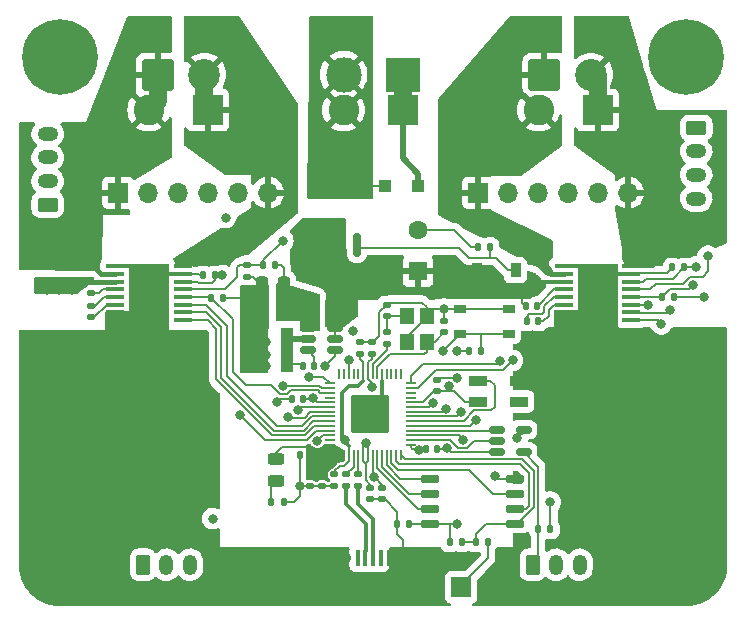
<source format=gbr>
%TF.GenerationSoftware,KiCad,Pcbnew,7.0.8*%
%TF.CreationDate,2024-07-05T14:08:20-04:00*%
%TF.ProjectId,motor-driver,6d6f746f-722d-4647-9269-7665722e6b69,rev?*%
%TF.SameCoordinates,Original*%
%TF.FileFunction,Copper,L1,Top*%
%TF.FilePolarity,Positive*%
%FSLAX46Y46*%
G04 Gerber Fmt 4.6, Leading zero omitted, Abs format (unit mm)*
G04 Created by KiCad (PCBNEW 7.0.8) date 2024-07-05 14:08:20*
%MOMM*%
%LPD*%
G01*
G04 APERTURE LIST*
G04 Aperture macros list*
%AMRoundRect*
0 Rectangle with rounded corners*
0 $1 Rounding radius*
0 $2 $3 $4 $5 $6 $7 $8 $9 X,Y pos of 4 corners*
0 Add a 4 corners polygon primitive as box body*
4,1,4,$2,$3,$4,$5,$6,$7,$8,$9,$2,$3,0*
0 Add four circle primitives for the rounded corners*
1,1,$1+$1,$2,$3*
1,1,$1+$1,$4,$5*
1,1,$1+$1,$6,$7*
1,1,$1+$1,$8,$9*
0 Add four rect primitives between the rounded corners*
20,1,$1+$1,$2,$3,$4,$5,0*
20,1,$1+$1,$4,$5,$6,$7,0*
20,1,$1+$1,$6,$7,$8,$9,0*
20,1,$1+$1,$8,$9,$2,$3,0*%
G04 Aperture macros list end*
%TA.AperFunction,SMDPad,CuDef*%
%ADD10RoundRect,0.135000X-0.135000X-0.185000X0.135000X-0.185000X0.135000X0.185000X-0.135000X0.185000X0*%
%TD*%
%TA.AperFunction,SMDPad,CuDef*%
%ADD11RoundRect,0.140000X-0.170000X0.140000X-0.170000X-0.140000X0.170000X-0.140000X0.170000X0.140000X0*%
%TD*%
%TA.AperFunction,SMDPad,CuDef*%
%ADD12RoundRect,0.250000X0.250000X0.475000X-0.250000X0.475000X-0.250000X-0.475000X0.250000X-0.475000X0*%
%TD*%
%TA.AperFunction,SMDPad,CuDef*%
%ADD13RoundRect,0.140000X-0.140000X-0.170000X0.140000X-0.170000X0.140000X0.170000X-0.140000X0.170000X0*%
%TD*%
%TA.AperFunction,SMDPad,CuDef*%
%ADD14RoundRect,0.097500X0.690000X0.097500X-0.690000X0.097500X-0.690000X-0.097500X0.690000X-0.097500X0*%
%TD*%
%TA.AperFunction,ComponentPad*%
%ADD15C,0.600000*%
%TD*%
%TA.AperFunction,SMDPad,CuDef*%
%ADD16R,3.400000X5.000000*%
%TD*%
%TA.AperFunction,ComponentPad*%
%ADD17RoundRect,0.250000X-0.625000X0.350000X-0.625000X-0.350000X0.625000X-0.350000X0.625000X0.350000X0*%
%TD*%
%TA.AperFunction,ComponentPad*%
%ADD18O,1.750000X1.200000*%
%TD*%
%TA.AperFunction,SMDPad,CuDef*%
%ADD19RoundRect,0.140000X0.170000X-0.140000X0.170000X0.140000X-0.170000X0.140000X-0.170000X-0.140000X0*%
%TD*%
%TA.AperFunction,ComponentPad*%
%ADD20C,0.800000*%
%TD*%
%TA.AperFunction,ComponentPad*%
%ADD21C,6.400000*%
%TD*%
%TA.AperFunction,ComponentPad*%
%ADD22RoundRect,0.250000X-0.350000X-0.625000X0.350000X-0.625000X0.350000X0.625000X-0.350000X0.625000X0*%
%TD*%
%TA.AperFunction,ComponentPad*%
%ADD23O,1.200000X1.750000*%
%TD*%
%TA.AperFunction,SMDPad,CuDef*%
%ADD24RoundRect,0.140000X0.140000X0.170000X-0.140000X0.170000X-0.140000X-0.170000X0.140000X-0.170000X0*%
%TD*%
%TA.AperFunction,SMDPad,CuDef*%
%ADD25RoundRect,0.150000X0.650000X0.150000X-0.650000X0.150000X-0.650000X-0.150000X0.650000X-0.150000X0*%
%TD*%
%TA.AperFunction,SMDPad,CuDef*%
%ADD26R,1.200000X1.400000*%
%TD*%
%TA.AperFunction,SMDPad,CuDef*%
%ADD27R,1.050000X0.650000*%
%TD*%
%TA.AperFunction,ComponentPad*%
%ADD28R,3.000000X3.000000*%
%TD*%
%TA.AperFunction,ComponentPad*%
%ADD29C,3.000000*%
%TD*%
%TA.AperFunction,ComponentPad*%
%ADD30R,1.700000X1.700000*%
%TD*%
%TA.AperFunction,ComponentPad*%
%ADD31O,1.700000X1.700000*%
%TD*%
%TA.AperFunction,SMDPad,CuDef*%
%ADD32RoundRect,0.135000X0.135000X0.185000X-0.135000X0.185000X-0.135000X-0.185000X0.135000X-0.185000X0*%
%TD*%
%TA.AperFunction,SMDPad,CuDef*%
%ADD33RoundRect,0.243750X0.456250X-0.243750X0.456250X0.243750X-0.456250X0.243750X-0.456250X-0.243750X0*%
%TD*%
%TA.AperFunction,ComponentPad*%
%ADD34RoundRect,0.250001X-1.099999X-1.099999X1.099999X-1.099999X1.099999X1.099999X-1.099999X1.099999X0*%
%TD*%
%TA.AperFunction,ComponentPad*%
%ADD35C,2.700000*%
%TD*%
%TA.AperFunction,SMDPad,CuDef*%
%ADD36R,0.400000X1.350000*%
%TD*%
%TA.AperFunction,ComponentPad*%
%ADD37O,0.890000X1.550000*%
%TD*%
%TA.AperFunction,SMDPad,CuDef*%
%ADD38R,1.200000X1.550000*%
%TD*%
%TA.AperFunction,ComponentPad*%
%ADD39O,1.250000X0.950000*%
%TD*%
%TA.AperFunction,SMDPad,CuDef*%
%ADD40R,1.500000X1.550000*%
%TD*%
%TA.AperFunction,ComponentPad*%
%ADD41R,2.600000X2.600000*%
%TD*%
%TA.AperFunction,ComponentPad*%
%ADD42C,2.600000*%
%TD*%
%TA.AperFunction,SMDPad,CuDef*%
%ADD43RoundRect,0.135000X0.185000X-0.135000X0.185000X0.135000X-0.185000X0.135000X-0.185000X-0.135000X0*%
%TD*%
%TA.AperFunction,SMDPad,CuDef*%
%ADD44RoundRect,0.150000X0.512500X0.150000X-0.512500X0.150000X-0.512500X-0.150000X0.512500X-0.150000X0*%
%TD*%
%TA.AperFunction,SMDPad,CuDef*%
%ADD45R,1.100000X1.100000*%
%TD*%
%TA.AperFunction,SMDPad,CuDef*%
%ADD46RoundRect,0.150000X-0.512500X-0.150000X0.512500X-0.150000X0.512500X0.150000X-0.512500X0.150000X0*%
%TD*%
%TA.AperFunction,SMDPad,CuDef*%
%ADD47R,1.100000X3.700000*%
%TD*%
%TA.AperFunction,SMDPad,CuDef*%
%ADD48RoundRect,0.250000X-0.325000X-0.650000X0.325000X-0.650000X0.325000X0.650000X-0.325000X0.650000X0*%
%TD*%
%TA.AperFunction,SMDPad,CuDef*%
%ADD49R,1.600000X0.850000*%
%TD*%
%TA.AperFunction,SMDPad,CuDef*%
%ADD50R,0.900000X1.200000*%
%TD*%
%TA.AperFunction,SMDPad,CuDef*%
%ADD51RoundRect,0.150000X0.150000X-0.825000X0.150000X0.825000X-0.150000X0.825000X-0.150000X-0.825000X0*%
%TD*%
%TA.AperFunction,ComponentPad*%
%ADD52R,1.600000X1.600000*%
%TD*%
%TA.AperFunction,ComponentPad*%
%ADD53C,1.600000*%
%TD*%
%TA.AperFunction,ComponentPad*%
%ADD54RoundRect,0.250000X0.625000X-0.350000X0.625000X0.350000X-0.625000X0.350000X-0.625000X-0.350000X0*%
%TD*%
%TA.AperFunction,SMDPad,CuDef*%
%ADD55RoundRect,0.050000X0.387500X0.050000X-0.387500X0.050000X-0.387500X-0.050000X0.387500X-0.050000X0*%
%TD*%
%TA.AperFunction,SMDPad,CuDef*%
%ADD56RoundRect,0.050000X0.050000X0.387500X-0.050000X0.387500X-0.050000X-0.387500X0.050000X-0.387500X0*%
%TD*%
%TA.AperFunction,SMDPad,CuDef*%
%ADD57RoundRect,0.144000X1.456000X1.456000X-1.456000X1.456000X-1.456000X-1.456000X1.456000X-1.456000X0*%
%TD*%
%TA.AperFunction,ViaPad*%
%ADD58C,0.800000*%
%TD*%
%TA.AperFunction,Conductor*%
%ADD59C,0.203200*%
%TD*%
%TA.AperFunction,Conductor*%
%ADD60C,0.177800*%
%TD*%
%TA.AperFunction,Conductor*%
%ADD61C,0.304800*%
%TD*%
%TA.AperFunction,Conductor*%
%ADD62C,1.524000*%
%TD*%
%TA.AperFunction,Conductor*%
%ADD63C,0.508000*%
%TD*%
%TA.AperFunction,Conductor*%
%ADD64C,0.400000*%
%TD*%
%TA.AperFunction,Conductor*%
%ADD65C,0.800000*%
%TD*%
G04 APERTURE END LIST*
D10*
%TO.P,R11,1*%
%TO.N,/VREF*%
X140690000Y-106100000D03*
%TO.P,R11,2*%
%TO.N,GND*%
X141710000Y-106100000D03*
%TD*%
D11*
%TO.P,C9,1*%
%TO.N,+1V1*%
X150762000Y-124995000D03*
%TO.P,C9,2*%
%TO.N,GND*%
X150762000Y-125955000D03*
%TD*%
D12*
%TO.P,C2,1*%
%TO.N,GND*%
X142450000Y-107800000D03*
%TO.P,C2,2*%
%TO.N,+3V3*%
X140550000Y-107800000D03*
%TD*%
D13*
%TO.P,C16,1*%
%TO.N,+3V3*%
X154473000Y-121665000D03*
%TO.P,C16,2*%
%TO.N,GND*%
X155433000Y-121665000D03*
%TD*%
D14*
%TO.P,U1,1,EN_IN1*%
%TO.N,/M1_PWM*%
X133862500Y-110775000D03*
%TO.P,U1,2,PH_IN2*%
%TO.N,/M1_DIR*%
X133862500Y-110125000D03*
%TO.P,U1,3,SLEEP_N*%
%TO.N,/M1_ENABLE*%
X133862500Y-109475000D03*
%TO.P,U1,4,FAULT_N*%
%TO.N,/M1_FLAG*%
X133862500Y-108825000D03*
%TO.P,U1,5,VREF*%
%TO.N,/VREF*%
X133862500Y-108175000D03*
%TO.P,U1,6,IPROPI*%
%TO.N,/M1_SENSE*%
X133862500Y-107525000D03*
%TO.P,U1,7,IMODE*%
%TO.N,GND*%
X133862500Y-106875000D03*
%TO.P,U1,8,OUT1*%
%TO.N,/M1A*%
X133862500Y-106225000D03*
%TO.P,U1,9,PGND*%
%TO.N,GND*%
X128137500Y-106225000D03*
%TO.P,U1,10,OUT2*%
%TO.N,/M1B*%
X128137500Y-106875000D03*
%TO.P,U1,11,VM*%
%TO.N,VCC*%
X128137500Y-107525000D03*
%TO.P,U1,12,VCP*%
%TO.N,Net-(U1-VCP)*%
X128137500Y-108175000D03*
%TO.P,U1,13,CPH*%
%TO.N,Net-(U1-CPH)*%
X128137500Y-108825000D03*
%TO.P,U1,14,CPL*%
%TO.N,Net-(U1-CPL)*%
X128137500Y-109475000D03*
%TO.P,U1,15,GND*%
%TO.N,GND*%
X128137500Y-110125000D03*
%TO.P,U1,16,PMODE*%
X128137500Y-110775000D03*
D15*
%TO.P,U1,17,PAD*%
X132000000Y-110300000D03*
X132000000Y-109100000D03*
X132000000Y-107900000D03*
X132000000Y-106700000D03*
X131000000Y-110300000D03*
X131000000Y-109100000D03*
D16*
X131000000Y-108500000D03*
D15*
X131000000Y-107900000D03*
X131000000Y-106700000D03*
X130000000Y-110300000D03*
X130000000Y-109100000D03*
X130000000Y-107900000D03*
X130000000Y-106700000D03*
%TD*%
D17*
%TO.P,J9,1,Pin_1*%
%TO.N,/ENC2_B*%
X177350000Y-94500000D03*
D18*
%TO.P,J9,2,Pin_2*%
%TO.N,/ENC2_A*%
X177350000Y-96500000D03*
%TO.P,J9,3,Pin_3*%
%TO.N,+3V3*%
X177350000Y-98500000D03*
%TO.P,J9,4,Pin_4*%
%TO.N,GND*%
X177350000Y-100500000D03*
%TD*%
D19*
%TO.P,C15,1*%
%TO.N,+3V3*%
X155400000Y-116780000D03*
%TO.P,C15,2*%
%TO.N,GND*%
X155400000Y-115820000D03*
%TD*%
D20*
%TO.P,REF\u002A\u002A,1*%
%TO.N,GND*%
X174100000Y-131500000D03*
X174802944Y-129802944D03*
X174802944Y-133197056D03*
X176500000Y-129100000D03*
D21*
X176500000Y-131500000D03*
X176500000Y-131500000D03*
D20*
X176500000Y-133900000D03*
X178197056Y-129802944D03*
X178197056Y-133197056D03*
X178900000Y-131500000D03*
%TD*%
D14*
%TO.P,U2,1,EN_IN1*%
%TO.N,/M2_PWM*%
X171862500Y-110775000D03*
%TO.P,U2,2,PH_IN2*%
%TO.N,/M2_DIR*%
X171862500Y-110125000D03*
%TO.P,U2,3,SLEEP_N*%
%TO.N,/M2_ENABLE*%
X171862500Y-109475000D03*
%TO.P,U2,4,FAULT_N*%
%TO.N,/M2_FLAG*%
X171862500Y-108825000D03*
%TO.P,U2,5,VREF*%
%TO.N,/VREF*%
X171862500Y-108175000D03*
%TO.P,U2,6,IPROPI*%
%TO.N,/M2_SENSE*%
X171862500Y-107525000D03*
%TO.P,U2,7,IMODE*%
%TO.N,GND*%
X171862500Y-106875000D03*
%TO.P,U2,8,OUT1*%
%TO.N,/M2A*%
X171862500Y-106225000D03*
%TO.P,U2,9,PGND*%
%TO.N,GND*%
X166137500Y-106225000D03*
%TO.P,U2,10,OUT2*%
%TO.N,/M2B*%
X166137500Y-106875000D03*
%TO.P,U2,11,VM*%
%TO.N,VCC*%
X166137500Y-107525000D03*
%TO.P,U2,12,VCP*%
%TO.N,Net-(U2-VCP)*%
X166137500Y-108175000D03*
%TO.P,U2,13,CPH*%
%TO.N,Net-(U2-CPH)*%
X166137500Y-108825000D03*
%TO.P,U2,14,CPL*%
%TO.N,Net-(U2-CPL)*%
X166137500Y-109475000D03*
%TO.P,U2,15,GND*%
%TO.N,GND*%
X166137500Y-110125000D03*
%TO.P,U2,16,PMODE*%
X166137500Y-110775000D03*
D15*
%TO.P,U2,17,PAD*%
X170000000Y-110300000D03*
X170000000Y-109100000D03*
X170000000Y-107900000D03*
X170000000Y-106700000D03*
X169000000Y-110300000D03*
X169000000Y-109100000D03*
D16*
X169000000Y-108500000D03*
D15*
X169000000Y-107900000D03*
X169000000Y-106700000D03*
X168000000Y-110300000D03*
X168000000Y-109100000D03*
X168000000Y-107900000D03*
X168000000Y-106700000D03*
%TD*%
D22*
%TO.P,J6,1,Pin_1*%
%TO.N,/TX_BUFFERED*%
X163500000Y-131500000D03*
D23*
%TO.P,J6,2,Pin_2*%
%TO.N,/RX*%
X165500000Y-131500000D03*
%TO.P,J6,3,Pin_3*%
%TO.N,Net-(J6-Pin_3)*%
X167500000Y-131500000D03*
%TO.P,J6,4,Pin_4*%
%TO.N,GND*%
X169500000Y-131500000D03*
%TD*%
D24*
%TO.P,C8,1*%
%TO.N,Net-(U3-BST)*%
X144980000Y-114700000D03*
%TO.P,C8,2*%
%TO.N,Net-(U3-SW)*%
X144020000Y-114700000D03*
%TD*%
D25*
%TO.P,U6,1,~{CS}*%
%TO.N,/QSPI_SS*%
X161982000Y-128015000D03*
%TO.P,U6,2,DO(IO1)*%
%TO.N,/QSPI_SD1*%
X161982000Y-126745000D03*
%TO.P,U6,3,IO2*%
%TO.N,/QSPI_SD2*%
X161982000Y-125475000D03*
%TO.P,U6,4,GND*%
%TO.N,GND*%
X161982000Y-124205000D03*
%TO.P,U6,5,DI(IO0)*%
%TO.N,/QSPI_SD0*%
X154782000Y-124205000D03*
%TO.P,U6,6,CLK*%
%TO.N,/QSPI_SCLK*%
X154782000Y-125475000D03*
%TO.P,U6,7,IO3*%
%TO.N,/QSPI_SD3*%
X154782000Y-126745000D03*
%TO.P,U6,8,VCC*%
%TO.N,+3V3*%
X154782000Y-128015000D03*
%TD*%
D26*
%TO.P,Y1,1,1*%
%TO.N,Net-(C20-Pad1)*%
X152833000Y-110409000D03*
%TO.P,Y1,2,2*%
%TO.N,GND*%
X152833000Y-112609000D03*
%TO.P,Y1,3,3*%
%TO.N,/XIN*%
X154533000Y-112609000D03*
%TO.P,Y1,4,4*%
%TO.N,GND*%
X154533000Y-110409000D03*
%TD*%
D27*
%TO.P,SW1,1,1*%
%TO.N,GND*%
X157325000Y-109825000D03*
X161475000Y-109825000D03*
%TO.P,SW1,2,2*%
%TO.N,/RUN*%
X157325000Y-111975000D03*
X161475000Y-111975000D03*
%TD*%
D24*
%TO.P,C13,1*%
%TO.N,+3V3*%
X144765000Y-122200000D03*
%TO.P,C13,2*%
%TO.N,GND*%
X143805000Y-122200000D03*
%TD*%
D10*
%TO.P,R2,1*%
%TO.N,/QSPI_SS*%
X158690000Y-129600000D03*
%TO.P,R2,2*%
%TO.N,/~{USB_BOOT}*%
X159710000Y-129600000D03*
%TD*%
D28*
%TO.P,J12,1,Pin_1*%
%TO.N,GND*%
X152500000Y-90000000D03*
D29*
%TO.P,J12,2,Pin_2*%
%TO.N,VBUS*%
X147500000Y-90000000D03*
%TD*%
D19*
%TO.P,C20,1*%
%TO.N,Net-(C20-Pad1)*%
X151143000Y-110461000D03*
%TO.P,C20,2*%
%TO.N,GND*%
X151143000Y-109501000D03*
%TD*%
D20*
%TO.P,REF\u002A\u002A,1*%
%TO.N,GND*%
X174100000Y-88500000D03*
X174802944Y-86802944D03*
X174802944Y-90197056D03*
X176500000Y-86100000D03*
D21*
X176500000Y-88500000D03*
X176500000Y-88500000D03*
D20*
X176500000Y-90900000D03*
X178197056Y-86802944D03*
X178197056Y-90197056D03*
X178900000Y-88500000D03*
%TD*%
D30*
%TO.P,J4,1,Pin_1*%
%TO.N,/M1B*%
X128410000Y-100000000D03*
D31*
%TO.P,J4,2,Pin_2*%
%TO.N,/ENC1_A*%
X130950000Y-100000000D03*
%TO.P,J4,3,Pin_3*%
%TO.N,GND*%
X133490000Y-100000000D03*
%TO.P,J4,4,Pin_4*%
%TO.N,+3V3*%
X136030000Y-100000000D03*
%TO.P,J4,5,Pin_5*%
%TO.N,/ENC1_B*%
X138570000Y-100000000D03*
%TO.P,J4,6,Pin_6*%
%TO.N,/M1A*%
X141110000Y-100000000D03*
%TD*%
D19*
%TO.P,C24,1*%
%TO.N,Net-(U1-CPL)*%
X126100000Y-110530000D03*
%TO.P,C24,2*%
%TO.N,Net-(U1-CPH)*%
X126100000Y-109570000D03*
%TD*%
D32*
%TO.P,R17,1*%
%TO.N,/M2_SENSE*%
X176360000Y-106325000D03*
%TO.P,R17,2*%
%TO.N,GND*%
X175340000Y-106325000D03*
%TD*%
D19*
%TO.P,C21,1*%
%TO.N,/XIN*%
X156000000Y-111819000D03*
%TO.P,C21,2*%
%TO.N,GND*%
X156000000Y-110859000D03*
%TD*%
D11*
%TO.P,C17,1*%
%TO.N,+3V3*%
X149746000Y-124995000D03*
%TO.P,C17,2*%
%TO.N,GND*%
X149746000Y-125955000D03*
%TD*%
D32*
%TO.P,R15,1*%
%TO.N,+3V3*%
X175510000Y-108800000D03*
%TO.P,R15,2*%
%TO.N,/M2_FLAG*%
X174490000Y-108800000D03*
%TD*%
%TO.P,R12,1*%
%TO.N,Net-(D5-A)*%
X159910000Y-104600000D03*
%TO.P,R12,2*%
%TO.N,GND*%
X158890000Y-104600000D03*
%TD*%
D33*
%TO.P,D1,1,K*%
%TO.N,Net-(D1-K)*%
X141800000Y-124437500D03*
%TO.P,D1,2,A*%
%TO.N,+3V3*%
X141800000Y-122562500D03*
%TD*%
D24*
%TO.P,C18,1*%
%TO.N,+3V3*%
X153020005Y-128040409D03*
%TO.P,C18,2*%
%TO.N,GND*%
X152060005Y-128040409D03*
%TD*%
D11*
%TO.P,C5,1*%
%TO.N,+1V1*%
X146698000Y-123852000D03*
%TO.P,C5,2*%
%TO.N,GND*%
X146698000Y-124812000D03*
%TD*%
D19*
%TO.P,C10,1*%
%TO.N,+1V1*%
X148857000Y-113636000D03*
%TO.P,C10,2*%
%TO.N,GND*%
X148857000Y-112676000D03*
%TD*%
D24*
%TO.P,C26,1*%
%TO.N,Net-(U2-CPL)*%
X163980000Y-110900000D03*
%TO.P,C26,2*%
%TO.N,Net-(U2-CPH)*%
X163020000Y-110900000D03*
%TD*%
D30*
%TO.P,J5,1,Pin_1*%
%TO.N,/M2B*%
X158890000Y-100000000D03*
D31*
%TO.P,J5,2,Pin_2*%
%TO.N,/ENC2_A*%
X161430000Y-100000000D03*
%TO.P,J5,3,Pin_3*%
%TO.N,GND*%
X163970000Y-100000000D03*
%TO.P,J5,4,Pin_4*%
%TO.N,+3V3*%
X166510000Y-100000000D03*
%TO.P,J5,5,Pin_5*%
%TO.N,/ENC2_B*%
X169050000Y-100000000D03*
%TO.P,J5,6,Pin_6*%
%TO.N,/M2A*%
X171590000Y-100000000D03*
%TD*%
D34*
%TO.P,J11,1,Pin_1*%
%TO.N,/M2B*%
X164500000Y-90000000D03*
D35*
%TO.P,J11,2,Pin_2*%
%TO.N,/M2A*%
X168460000Y-90000000D03*
%TD*%
D32*
%TO.P,R9,1*%
%TO.N,+3V3*%
X137310000Y-108900000D03*
%TO.P,R9,2*%
%TO.N,/M1_FLAG*%
X136290000Y-108900000D03*
%TD*%
D11*
%TO.P,C14,1*%
%TO.N,+3V3*%
X144666000Y-123852000D03*
%TO.P,C14,2*%
%TO.N,GND*%
X144666000Y-124812000D03*
%TD*%
D36*
%TO.P,J14,1,VBUS*%
%TO.N,+5V*%
X148700000Y-130933000D03*
%TO.P,J14,2,D-*%
%TO.N,/USB_D-*%
X149350000Y-130933000D03*
%TO.P,J14,3,D+*%
%TO.N,/USB_D+*%
X150000000Y-130933000D03*
%TO.P,J14,4,ID*%
%TO.N,unconnected-(J14-ID-Pad4)*%
X150650000Y-130933000D03*
%TO.P,J14,5,GND*%
%TO.N,GND*%
X151300000Y-130933000D03*
D37*
%TO.P,J14,6,Shield*%
X146500000Y-133633000D03*
D38*
X147100000Y-133633000D03*
D39*
X147500000Y-130933000D03*
D40*
X149000000Y-133633000D03*
X151000000Y-133633000D03*
D39*
X152500000Y-130933000D03*
D38*
X152900000Y-133633000D03*
D37*
X153500000Y-133633000D03*
%TD*%
D20*
%TO.P,REF\u002A\u002A,1*%
%TO.N,GND*%
X121100000Y-131500000D03*
X121802944Y-129802944D03*
X121802944Y-133197056D03*
X123500000Y-129100000D03*
D21*
X123500000Y-131500000D03*
X123500000Y-131500000D03*
D20*
X123500000Y-133900000D03*
X125197056Y-129802944D03*
X125197056Y-133197056D03*
X125900000Y-131500000D03*
%TD*%
D41*
%TO.P,J3,1,Pin_1*%
%TO.N,GND*%
X152500000Y-93000000D03*
D42*
%TO.P,J3,2,Pin_2*%
%TO.N,VBUS*%
X147500000Y-93000000D03*
%TD*%
D19*
%TO.P,C11,1*%
%TO.N,+3V3*%
X149873000Y-113636000D03*
%TO.P,C11,2*%
%TO.N,GND*%
X149873000Y-112676000D03*
%TD*%
D43*
%TO.P,R6,1*%
%TO.N,/USB_D-*%
X147714000Y-124842000D03*
%TO.P,R6,2*%
%TO.N,Net-(U5-USB_DM)*%
X147714000Y-123822000D03*
%TD*%
D44*
%TO.P,U3,1,FB*%
%TO.N,+3V3*%
X146737500Y-113350000D03*
%TO.P,U3,2,EN*%
%TO.N,VCC*%
X146737500Y-112400000D03*
%TO.P,U3,3,IN*%
X146737500Y-111450000D03*
%TO.P,U3,4,GND*%
%TO.N,GND*%
X144462500Y-111450000D03*
%TO.P,U3,5,SW*%
%TO.N,Net-(U3-SW)*%
X144462500Y-112400000D03*
%TO.P,U3,6,BST*%
%TO.N,Net-(U3-BST)*%
X144462500Y-113350000D03*
%TD*%
D10*
%TO.P,R3,1*%
%TO.N,+3V3*%
X156490000Y-129600000D03*
%TO.P,R3,2*%
%TO.N,/QSPI_SS*%
X157510000Y-129600000D03*
%TD*%
D30*
%TO.P,J13,1,Pin_1*%
%TO.N,/~{USB_BOOT}*%
X157475000Y-133400000D03*
%TD*%
D41*
%TO.P,J2,1,Pin_1*%
%TO.N,/M2A*%
X169000000Y-93000000D03*
D42*
%TO.P,J2,2,Pin_2*%
%TO.N,/M2B*%
X164000000Y-93000000D03*
%TD*%
D24*
%TO.P,C12,1*%
%TO.N,+3V3*%
X144080000Y-117500000D03*
%TO.P,C12,2*%
%TO.N,GND*%
X143120000Y-117500000D03*
%TD*%
D11*
%TO.P,C25,1*%
%TO.N,VCC*%
X126100000Y-107570000D03*
%TO.P,C25,2*%
%TO.N,Net-(U1-VCP)*%
X126100000Y-108530000D03*
%TD*%
D32*
%TO.P,R1,1*%
%TO.N,GND*%
X142410000Y-126200000D03*
%TO.P,R1,2*%
%TO.N,Net-(D1-K)*%
X141390000Y-126200000D03*
%TD*%
D45*
%TO.P,D6,1,A1*%
%TO.N,GND*%
X153800000Y-99400000D03*
%TO.P,D6,2,A2*%
%TO.N,VBUS*%
X151000000Y-99400000D03*
%TD*%
D43*
%TO.P,R5,1*%
%TO.N,/USB_D+*%
X148730000Y-124842000D03*
%TO.P,R5,2*%
%TO.N,Net-(U5-USB_DP)*%
X148730000Y-123822000D03*
%TD*%
D10*
%TO.P,R7,1*%
%TO.N,+3V3*%
X158126000Y-113410000D03*
%TO.P,R7,2*%
%TO.N,/RUN*%
X159146000Y-113410000D03*
%TD*%
D34*
%TO.P,J10,1,Pin_1*%
%TO.N,/M1B*%
X131750000Y-90000000D03*
D35*
%TO.P,J10,2,Pin_2*%
%TO.N,/M1A*%
X135710000Y-90000000D03*
%TD*%
D46*
%TO.P,U7,1*%
%TO.N,/TX_CTRL*%
X160462500Y-120050000D03*
%TO.P,U7,2*%
%TO.N,/TX*%
X160462500Y-121000000D03*
%TO.P,U7,3,GND*%
%TO.N,GND*%
X160462500Y-121950000D03*
%TO.P,U7,4*%
%TO.N,/TX_BUFFERED*%
X162737500Y-121950000D03*
%TO.P,U7,5,VCC*%
%TO.N,+3V3*%
X162737500Y-120050000D03*
%TD*%
D47*
%TO.P,L1,1*%
%TO.N,Net-(U3-SW)*%
X142700000Y-113300000D03*
%TO.P,L1,2*%
%TO.N,+3V3*%
X139700000Y-113300000D03*
%TD*%
D43*
%TO.P,R10,1*%
%TO.N,+3V3*%
X139300000Y-107110000D03*
%TO.P,R10,2*%
%TO.N,/VREF*%
X139300000Y-106090000D03*
%TD*%
D20*
%TO.P,REF\u002A\u002A,1*%
%TO.N,GND*%
X121100000Y-88500000D03*
X121802944Y-86802944D03*
X121802944Y-90197056D03*
X123500000Y-86100000D03*
D21*
X123500000Y-88500000D03*
X123500000Y-88500000D03*
D20*
X123500000Y-90900000D03*
X125197056Y-86802944D03*
X125197056Y-90197056D03*
X125900000Y-88500000D03*
%TD*%
D13*
%TO.P,C7,1*%
%TO.N,VCC*%
X162920000Y-109600000D03*
%TO.P,C7,2*%
%TO.N,Net-(U2-VCP)*%
X163880000Y-109600000D03*
%TD*%
D48*
%TO.P,C4,1*%
%TO.N,GND*%
X144725000Y-109500000D03*
%TO.P,C4,2*%
%TO.N,VCC*%
X147675000Y-109500000D03*
%TD*%
D49*
%TO.P,D3,1,DOUT*%
%TO.N,unconnected-(D3-DOUT-Pad1)*%
X162350000Y-117675000D03*
%TO.P,D3,2,VSS*%
%TO.N,GND*%
X162350000Y-115925000D03*
%TO.P,D3,3,DIN*%
%TO.N,/NEOPIXEL*%
X158850000Y-115925000D03*
%TO.P,D3,4,VDD*%
%TO.N,+3V3*%
X158850000Y-117675000D03*
%TD*%
D50*
%TO.P,D5,1,K*%
%TO.N,VCC*%
X158764000Y-106552000D03*
%TO.P,D5,2,A*%
%TO.N,Net-(D5-A)*%
X162064000Y-106552000D03*
%TD*%
D51*
%TO.P,Q1,1,S*%
%TO.N,VCC*%
X144795000Y-104455000D03*
%TO.P,Q1,2,S*%
X146065000Y-104455000D03*
%TO.P,Q1,3,S*%
X147335000Y-104455000D03*
%TO.P,Q1,4,G*%
%TO.N,Net-(D5-A)*%
X148605000Y-104455000D03*
%TO.P,Q1,5,D*%
%TO.N,VBUS*%
X148605000Y-99505000D03*
%TO.P,Q1,6,D*%
X147335000Y-99505000D03*
%TO.P,Q1,7,D*%
X146065000Y-99505000D03*
%TO.P,Q1,8,D*%
X144795000Y-99505000D03*
%TD*%
D11*
%TO.P,C6,1*%
%TO.N,+3V3*%
X145682000Y-123852000D03*
%TO.P,C6,2*%
%TO.N,GND*%
X145682000Y-124812000D03*
%TD*%
D12*
%TO.P,C22,1*%
%TO.N,GND*%
X142350000Y-109900000D03*
%TO.P,C22,2*%
%TO.N,+3V3*%
X140450000Y-109900000D03*
%TD*%
D41*
%TO.P,J1,1,Pin_1*%
%TO.N,/M1A*%
X136000000Y-93000008D03*
D42*
%TO.P,J1,2,Pin_2*%
%TO.N,/M1B*%
X131000000Y-93000008D03*
%TD*%
D32*
%TO.P,R14,1*%
%TO.N,/M1_SENSE*%
X136610000Y-107000000D03*
%TO.P,R14,2*%
%TO.N,GND*%
X135590000Y-107000000D03*
%TD*%
D52*
%TO.P,C1,1*%
%TO.N,VCC*%
X153800000Y-106652651D03*
D53*
%TO.P,C1,2*%
%TO.N,GND*%
X153800000Y-103152651D03*
%TD*%
D43*
%TO.P,R4,1*%
%TO.N,/XOUT*%
X151143000Y-112777000D03*
%TO.P,R4,2*%
%TO.N,Net-(C20-Pad1)*%
X151143000Y-111757000D03*
%TD*%
D22*
%TO.P,J7,1,Pin_1*%
%TO.N,/TX_BUFFERED*%
X130500000Y-131500000D03*
D23*
%TO.P,J7,2,Pin_2*%
%TO.N,/RX*%
X132500000Y-131500000D03*
%TO.P,J7,3,Pin_3*%
%TO.N,Net-(J7-Pin_3)*%
X134500000Y-131500000D03*
%TO.P,J7,4,Pin_4*%
%TO.N,GND*%
X136500000Y-131500000D03*
%TD*%
D54*
%TO.P,J8,1,Pin_1*%
%TO.N,/ENC1_B*%
X122450000Y-101000000D03*
D18*
%TO.P,J8,2,Pin_2*%
%TO.N,/ENC1_A*%
X122450000Y-99000000D03*
%TO.P,J8,3,Pin_3*%
%TO.N,+3V3*%
X122450000Y-97000000D03*
%TO.P,J8,4,Pin_4*%
%TO.N,GND*%
X122450000Y-95000000D03*
%TD*%
D55*
%TO.P,U5,1,IOVDD*%
%TO.N,+3V3*%
X153183500Y-121344000D03*
%TO.P,U5,2,GPIO0*%
%TO.N,/TX*%
X153183500Y-120944000D03*
%TO.P,U5,3,GPIO1*%
%TO.N,/RX*%
X153183500Y-120544000D03*
%TO.P,U5,4,GPIO2*%
%TO.N,/TX_CTRL*%
X153183500Y-120144000D03*
%TO.P,U5,5,GPIO3*%
%TO.N,/M2_FLAG*%
X153183500Y-119744000D03*
%TO.P,U5,6,GPIO4*%
%TO.N,/NEOPIXEL*%
X153183500Y-119344000D03*
%TO.P,U5,7,GPIO5*%
%TO.N,/M2_DIR*%
X153183500Y-118944000D03*
%TO.P,U5,8,GPIO6*%
%TO.N,/ENC2_B*%
X153183500Y-118544000D03*
%TO.P,U5,9,GPIO7*%
%TO.N,/ENC2_A*%
X153183500Y-118144000D03*
%TO.P,U5,10,IOVDD*%
%TO.N,+3V3*%
X153183500Y-117744000D03*
%TO.P,U5,11,GPIO8*%
%TO.N,unconnected-(U5-GPIO8-Pad11)*%
X153183500Y-117344000D03*
%TO.P,U5,12,GPIO9*%
%TO.N,unconnected-(U5-GPIO9-Pad12)*%
X153183500Y-116944000D03*
%TO.P,U5,13,GPIO10*%
%TO.N,/M2_PWM*%
X153183500Y-116544000D03*
%TO.P,U5,14,GPIO11*%
%TO.N,/M2_ENABLE*%
X153183500Y-116144000D03*
D56*
%TO.P,U5,15,GPIO12*%
%TO.N,/ADDR_0*%
X152346000Y-115306500D03*
%TO.P,U5,16,GPIO13*%
%TO.N,/ADDR_1*%
X151946000Y-115306500D03*
%TO.P,U5,17,GPIO14*%
%TO.N,/ADDR_2*%
X151546000Y-115306500D03*
%TO.P,U5,18,GPIO15*%
%TO.N,unconnected-(U5-GPIO15-Pad18)*%
X151146000Y-115306500D03*
%TO.P,U5,19,TESTEN*%
%TO.N,GND*%
X150746000Y-115306500D03*
%TO.P,U5,20,XIN*%
%TO.N,/XIN*%
X150346000Y-115306500D03*
%TO.P,U5,21,XOUT*%
%TO.N,/XOUT*%
X149946000Y-115306500D03*
%TO.P,U5,22,IOVDD*%
%TO.N,+3V3*%
X149546000Y-115306500D03*
%TO.P,U5,23,DVDD*%
%TO.N,+1V1*%
X149146000Y-115306500D03*
%TO.P,U5,24,SWCLK*%
%TO.N,unconnected-(U5-SWCLK-Pad24)*%
X148746000Y-115306500D03*
%TO.P,U5,25,SWD*%
%TO.N,unconnected-(U5-SWD-Pad25)*%
X148346000Y-115306500D03*
%TO.P,U5,26,RUN*%
%TO.N,/RUN*%
X147946000Y-115306500D03*
%TO.P,U5,27,GPIO16*%
%TO.N,unconnected-(U5-GPIO16-Pad27)*%
X147546000Y-115306500D03*
%TO.P,U5,28,GPIO17*%
%TO.N,unconnected-(U5-GPIO17-Pad28)*%
X147146000Y-115306500D03*
D55*
%TO.P,U5,29,GPIO18*%
%TO.N,/ENC1_B*%
X146308500Y-116144000D03*
%TO.P,U5,30,GPIO19*%
%TO.N,/ENC1_A*%
X146308500Y-116544000D03*
%TO.P,U5,31,GPIO20*%
%TO.N,/M1_FLAG*%
X146308500Y-116944000D03*
%TO.P,U5,32,GPIO21*%
%TO.N,unconnected-(U5-GPIO21-Pad32)*%
X146308500Y-117344000D03*
%TO.P,U5,33,IOVDD*%
%TO.N,+3V3*%
X146308500Y-117744000D03*
%TO.P,U5,34,GPIO22*%
%TO.N,Net-(JP4-B)*%
X146308500Y-118144000D03*
%TO.P,U5,35,GPIO23*%
%TO.N,Net-(JP3-B)*%
X146308500Y-118544000D03*
%TO.P,U5,36,GPIO24*%
%TO.N,/M1_ENABLE*%
X146308500Y-118944000D03*
%TO.P,U5,37,GPIO25*%
%TO.N,/M1_DIR*%
X146308500Y-119344000D03*
%TO.P,U5,38,GPIO26_ADC0*%
%TO.N,/M1_PWM*%
X146308500Y-119744000D03*
%TO.P,U5,39,GPIO27_ADC1*%
%TO.N,/M1_SENSE*%
X146308500Y-120144000D03*
%TO.P,U5,40,GPIO28_ADC2*%
%TO.N,/M2_SENSE*%
X146308500Y-120544000D03*
%TO.P,U5,41,GPIO29_ADC3*%
%TO.N,unconnected-(U5-GPIO29_ADC3-Pad41)*%
X146308500Y-120944000D03*
%TO.P,U5,42,IOVDD*%
%TO.N,+3V3*%
X146308500Y-121344000D03*
D56*
%TO.P,U5,43,ADC_AVDD*%
X147146000Y-122181500D03*
%TO.P,U5,44,VREG_IN*%
X147546000Y-122181500D03*
%TO.P,U5,45,VREG_VOUT*%
%TO.N,+1V1*%
X147946000Y-122181500D03*
%TO.P,U5,46,USB_DM*%
%TO.N,Net-(U5-USB_DM)*%
X148346000Y-122181500D03*
%TO.P,U5,47,USB_DP*%
%TO.N,Net-(U5-USB_DP)*%
X148746000Y-122181500D03*
%TO.P,U5,48,USB_VDD*%
%TO.N,+3V3*%
X149146000Y-122181500D03*
%TO.P,U5,49,IOVDD*%
X149546000Y-122181500D03*
%TO.P,U5,50,DVDD*%
%TO.N,+1V1*%
X149946000Y-122181500D03*
%TO.P,U5,51,QSPI_SD3*%
%TO.N,/QSPI_SD3*%
X150346000Y-122181500D03*
%TO.P,U5,52,QSPI_SCLK*%
%TO.N,/QSPI_SCLK*%
X150746000Y-122181500D03*
%TO.P,U5,53,QSPI_SD0*%
%TO.N,/QSPI_SD0*%
X151146000Y-122181500D03*
%TO.P,U5,54,QSPI_SD2*%
%TO.N,/QSPI_SD2*%
X151546000Y-122181500D03*
%TO.P,U5,55,QSPI_SD1*%
%TO.N,/QSPI_SD1*%
X151946000Y-122181500D03*
%TO.P,U5,56,QSPI_SS*%
%TO.N,/QSPI_SS*%
X152346000Y-122181500D03*
D15*
%TO.P,U5,57,GND*%
%TO.N,GND*%
X151021000Y-120019000D03*
X151021000Y-118744000D03*
X151021000Y-117469000D03*
X149746000Y-120019000D03*
X149746000Y-118744000D03*
D57*
X149746000Y-118744000D03*
D15*
X149746000Y-117469000D03*
X148471000Y-120019000D03*
X148471000Y-118744000D03*
X148471000Y-117469000D03*
%TD*%
D32*
%TO.P,R8,1*%
%TO.N,+3V3*%
X165010000Y-128500000D03*
%TO.P,R8,2*%
%TO.N,/TX_BUFFERED*%
X163990000Y-128500000D03*
%TD*%
D58*
%TO.N,VCC*%
X146700000Y-102600000D03*
X145400000Y-102600000D03*
%TO.N,GND*%
X129680000Y-124840000D03*
X134760000Y-119760000D03*
X127140000Y-117220000D03*
X172860000Y-122300000D03*
X124600000Y-114680000D03*
X129680000Y-114680000D03*
X124600000Y-119760000D03*
X127140000Y-124840000D03*
X167780000Y-117220000D03*
X141831300Y-117700000D03*
X134760000Y-124840000D03*
X175400000Y-117220000D03*
X175400000Y-119760000D03*
X172860000Y-114680000D03*
X143805000Y-124800000D03*
X137500000Y-102100000D03*
X132220000Y-114680000D03*
X132220000Y-122300000D03*
X170320000Y-122300000D03*
X167780000Y-119760000D03*
X172860000Y-119760000D03*
X160287000Y-123951000D03*
X170320000Y-114680000D03*
X157100000Y-115666200D03*
X165240000Y-119760000D03*
X167780000Y-122300000D03*
X127140000Y-119760000D03*
X165240000Y-122300000D03*
X167780000Y-114680000D03*
X175400000Y-114680000D03*
X170320000Y-119760000D03*
X124600000Y-122300000D03*
X143500000Y-110400000D03*
X124600000Y-117220000D03*
X124600000Y-124840000D03*
X156223000Y-121622700D03*
X172860000Y-117220000D03*
X170320000Y-117220000D03*
X127140000Y-122300000D03*
X156000000Y-109850000D03*
X165240000Y-117220000D03*
X127140000Y-114680000D03*
X132220000Y-124840000D03*
X175400000Y-122300000D03*
X143500000Y-108400000D03*
X129680000Y-117220000D03*
X143500000Y-109400000D03*
X165240000Y-114680000D03*
X170320000Y-124840000D03*
X167780000Y-124840000D03*
X132220000Y-119760000D03*
X134760000Y-114680000D03*
X134760000Y-122300000D03*
X129680000Y-119760000D03*
X175400000Y-124840000D03*
X129680000Y-122300000D03*
X132220000Y-117220000D03*
X134760000Y-117220000D03*
X172860000Y-124840000D03*
%TO.N,VCC*%
X147968000Y-106480000D03*
X124500000Y-108250000D03*
X122900000Y-107550000D03*
X122400000Y-108250000D03*
X149100000Y-106500000D03*
X124000000Y-107550000D03*
X123400000Y-108250000D03*
X121800000Y-107550000D03*
X163600000Y-108400000D03*
X162600000Y-108400000D03*
%TO.N,+3V3*%
X162200000Y-120800000D03*
X140900000Y-114700000D03*
X146063000Y-122554000D03*
X144893234Y-117357494D03*
X153900000Y-121800000D03*
X178000000Y-108850000D03*
X157112000Y-113410000D03*
X149400000Y-121200000D03*
X149873000Y-116458000D03*
X157112000Y-128015000D03*
X136400000Y-127600000D03*
X140900000Y-112600000D03*
X140900000Y-113700000D03*
X156400000Y-116400000D03*
X145300000Y-123000000D03*
X165000000Y-126200000D03*
X145900000Y-114700000D03*
%TO.N,/M2_DIR*%
X175100000Y-109900000D03*
X157403427Y-118605405D03*
%TO.N,/M2_PWM*%
X174400000Y-111100000D03*
X161800000Y-114200000D03*
%TO.N,/ENC1_A*%
X142400000Y-116367500D03*
%TO.N,/ENC1_B*%
X144600000Y-115600000D03*
%TO.N,/ENC2_B*%
X156200000Y-118277800D03*
%TO.N,/ENC2_A*%
X155100000Y-117800000D03*
%TO.N,/M2_FLAG*%
X177100000Y-107800000D03*
X158714880Y-119214880D03*
%TO.N,+1V1*%
X150100000Y-124100000D03*
X147600000Y-120900000D03*
%TO.N,/RUN*%
X155900000Y-113400000D03*
X147950000Y-114200000D03*
%TO.N,/M2_ENABLE*%
X173300000Y-109503900D03*
X160708943Y-114208943D03*
%TO.N,/M1_SENSE*%
X137221100Y-107000000D03*
X138704247Y-118795753D03*
%TO.N,/VREF*%
X142350000Y-104050000D03*
X178350000Y-105350000D03*
%TO.N,/M2_SENSE*%
X145271788Y-121012617D03*
X148272742Y-111700000D03*
X177300000Y-106300000D03*
%TO.N,/RX*%
X157600000Y-120909200D03*
%TO.N,Net-(JP3-B)*%
X142800000Y-119000000D03*
%TO.N,Net-(JP4-B)*%
X143672146Y-118359241D03*
%TD*%
D59*
%TO.N,+3V3*%
X140550000Y-107800000D02*
X139450000Y-108900000D01*
X139450000Y-108900000D02*
X137310000Y-108900000D01*
%TO.N,GND*%
X141710000Y-106100000D02*
X142200000Y-106100000D01*
X142200000Y-106100000D02*
X142450000Y-106350000D01*
X142450000Y-106350000D02*
X142450000Y-107800000D01*
%TO.N,/VREF*%
X140690000Y-106100000D02*
X140690000Y-105710000D01*
X140690000Y-105710000D02*
X142350000Y-104050000D01*
X139300000Y-106090000D02*
X140680000Y-106090000D01*
X140680000Y-106090000D02*
X140690000Y-106100000D01*
D60*
%TO.N,GND*%
X152060005Y-128932005D02*
X152500000Y-129372000D01*
D59*
X151344000Y-109300000D02*
X154150000Y-109300000D01*
D61*
X171862500Y-106875000D02*
X170175000Y-106875000D01*
X151021000Y-117469000D02*
X150762000Y-117210000D01*
X150762000Y-117210000D02*
X150762000Y-115950000D01*
X129325000Y-106225000D02*
X129800000Y-106700000D01*
D59*
X149972000Y-112676000D02*
X150508000Y-112140000D01*
D62*
X152500000Y-89999988D02*
X152500000Y-93000008D01*
D59*
X154150000Y-109300000D02*
X154533000Y-109683000D01*
D60*
X156000000Y-109825000D02*
X156000000Y-109850000D01*
X157325000Y-109825000D02*
X156000000Y-109825000D01*
D59*
X142031300Y-117500000D02*
X143120000Y-117500000D01*
D60*
X156223000Y-121622700D02*
X156550300Y-121950000D01*
D59*
X150508000Y-112140000D02*
X150508000Y-110136000D01*
D60*
X156000000Y-109850000D02*
X156000000Y-110859000D01*
X157325000Y-109825000D02*
X161475000Y-109825000D01*
X152750000Y-133184000D02*
X151237500Y-133184000D01*
X145682000Y-124812000D02*
X144666000Y-124812000D01*
D59*
X158890000Y-104600000D02*
X158300000Y-104600000D01*
X141831300Y-117700000D02*
X142031300Y-117500000D01*
D60*
X147300000Y-133184000D02*
X148812500Y-133184000D01*
X143817000Y-124812000D02*
X144666000Y-124812000D01*
D59*
X148857000Y-112676000D02*
X149873000Y-112676000D01*
D60*
X160541000Y-124205000D02*
X160287000Y-123951000D01*
D59*
X150508000Y-110136000D02*
X151143000Y-109501000D01*
D60*
X155117000Y-109825000D02*
X154533000Y-110409000D01*
X155306000Y-121665000D02*
X156180700Y-121665000D01*
X152500000Y-129372000D02*
X152500000Y-130933000D01*
D63*
X152500000Y-97100000D02*
X152500000Y-93000000D01*
D60*
X150988000Y-125955000D02*
X152060005Y-127027005D01*
D59*
X134760000Y-119760000D02*
X134820000Y-119700000D01*
X157100000Y-115666200D02*
X155553800Y-115666200D01*
D60*
X156180700Y-121665000D02*
X156223000Y-121622700D01*
X150762000Y-125955000D02*
X150988000Y-125955000D01*
D63*
X153800000Y-99400000D02*
X153800000Y-98400000D01*
D59*
X158300000Y-104600000D02*
X156852651Y-103152651D01*
X151143000Y-109501000D02*
X151344000Y-109300000D01*
X156852651Y-103152651D02*
X153800000Y-103152651D01*
D61*
X166137500Y-106225000D02*
X167525000Y-106225000D01*
D60*
X156550300Y-121950000D02*
X160462500Y-121950000D01*
D59*
X143805000Y-125695000D02*
X143300000Y-126200000D01*
D60*
X152500000Y-130933000D02*
X151300000Y-130933000D01*
D59*
X154533000Y-109683000D02*
X154533000Y-110409000D01*
X135175000Y-106875000D02*
X133862500Y-106875000D01*
D61*
X133862500Y-106875000D02*
X132075000Y-106875000D01*
D63*
X153800000Y-98400000D02*
X152500000Y-97100000D01*
D60*
X156000000Y-109825000D02*
X155117000Y-109825000D01*
D61*
X128137500Y-106225000D02*
X129325000Y-106225000D01*
D60*
X143805000Y-124800000D02*
X143805000Y-122200000D01*
D59*
X135300000Y-107000000D02*
X135175000Y-106875000D01*
D60*
X146698000Y-124812000D02*
X145682000Y-124812000D01*
D59*
X175340000Y-106325000D02*
X174865000Y-106800000D01*
X150744880Y-115932880D02*
X150744880Y-115306500D01*
X142750000Y-109500000D02*
X142350000Y-109900000D01*
X143805000Y-124800000D02*
X143805000Y-125695000D01*
D60*
X152060005Y-127027005D02*
X152060005Y-128040409D01*
X152060005Y-128040409D02*
X152060005Y-128932005D01*
D59*
X143300000Y-126200000D02*
X142410000Y-126200000D01*
X174865000Y-106800000D02*
X171937500Y-106800000D01*
X150762000Y-115950000D02*
X150744880Y-115932880D01*
D60*
X161982000Y-124205000D02*
X160541000Y-124205000D01*
X154533000Y-110528000D02*
X152833000Y-112228000D01*
D59*
X135590000Y-107000000D02*
X135300000Y-107000000D01*
D60*
X149746000Y-125955000D02*
X150762000Y-125955000D01*
X143805000Y-124800000D02*
X143817000Y-124812000D01*
D59*
%TO.N,VCC*%
X162900000Y-109600000D02*
X162600000Y-109300000D01*
X163420000Y-108580000D02*
X163600000Y-108400000D01*
X146737500Y-112400000D02*
X146737500Y-111450000D01*
X162600000Y-109300000D02*
X162600000Y-108400000D01*
D64*
X128137500Y-107525000D02*
X126145000Y-107525000D01*
D61*
X164475000Y-107525000D02*
X163600000Y-108400000D01*
X166137500Y-107525000D02*
X164475000Y-107525000D01*
D60*
%TO.N,+3V3*%
X149365000Y-124332000D02*
X149365000Y-122902750D01*
D59*
X139300000Y-107110000D02*
X139860000Y-107110000D01*
X156490000Y-129600000D02*
X156490000Y-128105000D01*
D60*
X158126000Y-113410000D02*
X157112000Y-113410000D01*
X153183500Y-121344000D02*
X153183500Y-121546500D01*
X149365000Y-122902750D02*
X149332750Y-122902750D01*
D59*
X146737500Y-113862500D02*
X146737500Y-113350000D01*
D60*
X153183500Y-117744000D02*
X154203000Y-117744000D01*
X153900000Y-121800000D02*
X154035000Y-121665000D01*
X149546000Y-121346000D02*
X149400000Y-121200000D01*
D59*
X144893234Y-117357494D02*
X144750728Y-117500000D01*
D60*
X153765000Y-121665000D02*
X153900000Y-121800000D01*
X154035000Y-121665000D02*
X154549200Y-121665000D01*
D59*
X165010000Y-126210000D02*
X165000000Y-126200000D01*
D60*
X149746000Y-124995000D02*
X149746000Y-124713000D01*
D59*
X141800000Y-122562500D02*
X141800000Y-122000000D01*
D60*
X153183500Y-121546500D02*
X153302000Y-121665000D01*
X149546000Y-115791202D02*
X149873000Y-116118202D01*
X149146000Y-121454000D02*
X149400000Y-121200000D01*
X149546000Y-115306500D02*
X149546000Y-114372000D01*
D59*
X162737500Y-120262500D02*
X162200000Y-120800000D01*
D60*
X149546000Y-115306500D02*
X149546000Y-115791202D01*
D59*
X156400000Y-116400000D02*
X156400000Y-116780000D01*
D60*
X149146000Y-122181500D02*
X149146000Y-121454000D01*
X153302000Y-121665000D02*
X153765000Y-121665000D01*
X157112000Y-128015000D02*
X156400000Y-128015000D01*
D59*
X162737500Y-120050000D02*
X162737500Y-120262500D01*
D60*
X149546000Y-114372000D02*
X149873000Y-114045000D01*
D59*
X145900000Y-114700000D02*
X146737500Y-113862500D01*
X156490000Y-128105000D02*
X156400000Y-128015000D01*
D60*
X149546000Y-122721750D02*
X149546000Y-122181500D01*
X149546000Y-122181500D02*
X149546000Y-121346000D01*
X144893234Y-117357494D02*
X145279740Y-117744000D01*
X145279740Y-117744000D02*
X146308500Y-117744000D01*
X149873000Y-116118202D02*
X149873000Y-116458000D01*
D59*
X144765000Y-121665000D02*
X144765000Y-122200000D01*
D60*
X149146000Y-122716000D02*
X149146000Y-122181500D01*
X153020005Y-128040409D02*
X154756591Y-128040409D01*
X157775000Y-117675000D02*
X158850000Y-117675000D01*
D59*
X165010000Y-128500000D02*
X165010000Y-126210000D01*
D60*
X155167000Y-116780000D02*
X156400000Y-116780000D01*
D59*
X142300000Y-121500000D02*
X144600000Y-121500000D01*
X141800000Y-122000000D02*
X142300000Y-121500000D01*
D60*
X156880000Y-116780000D02*
X157775000Y-117675000D01*
X149873000Y-114045000D02*
X149873000Y-113636000D01*
D59*
X178000000Y-108850000D02*
X177950000Y-108800000D01*
D60*
X156400000Y-116780000D02*
X156880000Y-116780000D01*
X149365000Y-122902750D02*
X149546000Y-122721750D01*
D63*
X140550000Y-107800000D02*
X140550000Y-109800000D01*
D59*
X144750728Y-117500000D02*
X144080000Y-117500000D01*
D60*
X149746000Y-124713000D02*
X149365000Y-124332000D01*
D59*
X139860000Y-107110000D02*
X140550000Y-107800000D01*
D60*
X156400000Y-128015000D02*
X154782000Y-128015000D01*
X154203000Y-117744000D02*
X155167000Y-116780000D01*
D59*
X177950000Y-108800000D02*
X175510000Y-108800000D01*
X144600000Y-121500000D02*
X144765000Y-121665000D01*
D60*
X149332750Y-122902750D02*
X149146000Y-122716000D01*
D62*
%TO.N,/M1A*%
X135710000Y-90000000D02*
X135710000Y-92710000D01*
D64*
%TO.N,/M1B*%
X128137500Y-106875000D02*
X126975000Y-106875000D01*
X126975000Y-106875000D02*
X126300000Y-106200000D01*
D62*
X131750000Y-92250000D02*
X131000000Y-93000000D01*
X131750000Y-90000000D02*
X131750000Y-92250000D01*
D61*
%TO.N,/M2A*%
X173675000Y-106225000D02*
X173700000Y-106200000D01*
D62*
X169000000Y-93000000D02*
X169000000Y-90119000D01*
D61*
X171862500Y-106225000D02*
X173675000Y-106225000D01*
D64*
%TO.N,/M2B*%
X165075000Y-106875000D02*
X166137500Y-106875000D01*
D65*
X164800000Y-106600000D02*
X164500000Y-106300000D01*
X164500000Y-106300000D02*
X164500000Y-105500000D01*
D64*
X164800000Y-106600000D02*
X165075000Y-106875000D01*
D59*
%TO.N,/M1_DIR*%
X137100000Y-111350000D02*
X137100000Y-115661184D01*
D60*
X146308500Y-119344000D02*
X144930225Y-119344000D01*
D59*
X133862500Y-110125000D02*
X135875000Y-110125000D01*
X141582816Y-120144000D02*
X144100000Y-120144000D01*
X137100000Y-115661184D02*
X141582816Y-120144000D01*
X135875000Y-110125000D02*
X137100000Y-111350000D01*
D60*
X144930225Y-119344000D02*
X144130225Y-120144000D01*
X144130225Y-120144000D02*
X144100000Y-120144000D01*
D59*
%TO.N,/M1_PWM*%
X136700000Y-111500000D02*
X136700000Y-115800000D01*
X133862500Y-110775000D02*
X135975000Y-110775000D01*
X136700000Y-115800000D02*
X141444000Y-120544000D01*
D60*
X144233119Y-120544000D02*
X143501000Y-120544000D01*
D59*
X141444000Y-120544000D02*
X143501000Y-120544000D01*
D60*
X146308500Y-119744000D02*
X145033119Y-119744000D01*
D59*
X135975000Y-110775000D02*
X136700000Y-111500000D01*
D60*
X145033119Y-119744000D02*
X144233119Y-120544000D01*
D59*
%TO.N,/M2_DIR*%
X171920800Y-110183300D02*
X174816700Y-110183300D01*
X174816700Y-110183300D02*
X175100000Y-109900000D01*
D60*
X157064832Y-118944000D02*
X153183500Y-118944000D01*
X157403427Y-118605405D02*
X157064832Y-118944000D01*
D59*
%TO.N,/M2_PWM*%
X171862500Y-110775000D02*
X174075000Y-110775000D01*
D60*
X161800000Y-114200000D02*
X161000000Y-115000000D01*
X161000000Y-115000000D02*
X155300000Y-115000000D01*
X155300000Y-115000000D02*
X153756000Y-116544000D01*
X153756000Y-116544000D02*
X153183500Y-116544000D01*
D59*
X174075000Y-110775000D02*
X174400000Y-111100000D01*
D60*
%TO.N,/XIN*%
X154318000Y-113664000D02*
X154533000Y-113449000D01*
X154533000Y-112609000D02*
X155210000Y-112609000D01*
X150346000Y-114715000D02*
X151397000Y-113664000D01*
X155210000Y-112609000D02*
X156000000Y-111819000D01*
X154533000Y-113449000D02*
X154533000Y-112609000D01*
X151397000Y-113664000D02*
X154318000Y-113664000D01*
X150346000Y-115306500D02*
X150346000Y-114715000D01*
%TO.N,/ENC1_A*%
X145435694Y-116335694D02*
X145644000Y-116544000D01*
X142400000Y-116367500D02*
X142431806Y-116335694D01*
X145644000Y-116544000D02*
X146308500Y-116544000D01*
X142431806Y-116335694D02*
X145435694Y-116335694D01*
%TO.N,/ENC1_B*%
X144600000Y-115600000D02*
X145764500Y-115600000D01*
X145764500Y-115600000D02*
X146308500Y-116144000D01*
%TO.N,/ENC2_B*%
X156200000Y-118277800D02*
X155933800Y-118544000D01*
X155933800Y-118544000D02*
X153183500Y-118544000D01*
%TO.N,/ENC2_A*%
X155100000Y-117800000D02*
X154756000Y-118144000D01*
X154756000Y-118144000D02*
X153183500Y-118144000D01*
%TO.N,/M1_FLAG*%
X141389643Y-116300000D02*
X140288000Y-116300000D01*
X143019063Y-116691294D02*
X142676157Y-117034200D01*
D59*
X138100000Y-110710000D02*
X138100000Y-115203132D01*
X138100000Y-115203132D02*
X139196868Y-116300000D01*
X136215000Y-108825000D02*
X138100000Y-110710000D01*
D60*
X145541106Y-116944000D02*
X145288400Y-116691294D01*
X142676157Y-117034200D02*
X142123843Y-117034200D01*
D59*
X133862500Y-108825000D02*
X136215000Y-108825000D01*
D60*
X142123843Y-117034200D02*
X141389643Y-116300000D01*
X145288400Y-116691294D02*
X143019063Y-116691294D01*
X146308500Y-116944000D02*
X145541106Y-116944000D01*
D59*
X139196868Y-116300000D02*
X140288000Y-116300000D01*
D60*
%TO.N,/M2_FLAG*%
X158174160Y-119755600D02*
X153195100Y-119755600D01*
X158714880Y-119214880D02*
X158174160Y-119755600D01*
D59*
X175165000Y-108125000D02*
X176775000Y-108125000D01*
X176775000Y-108125000D02*
X177100000Y-107800000D01*
X171862500Y-108825000D02*
X174465000Y-108825000D01*
X174490000Y-108800000D02*
X175165000Y-108125000D01*
%TO.N,VBUS*%
X150632000Y-99440000D02*
X148414000Y-99440000D01*
D61*
%TO.N,+1V1*%
X147333000Y-116966000D02*
X147968000Y-116331000D01*
D60*
X149146000Y-115306500D02*
X149146000Y-114334000D01*
X147946000Y-122181500D02*
X147946000Y-121433000D01*
X150100000Y-124100000D02*
X150155928Y-124100000D01*
D61*
X148730000Y-116331000D02*
X149146000Y-115915000D01*
D60*
X149946000Y-123890072D02*
X149946000Y-122181500D01*
X150100000Y-124044072D02*
X150100000Y-124100000D01*
X150155928Y-124100000D02*
X150762000Y-124706072D01*
D61*
X147946000Y-121433000D02*
X147600000Y-121087000D01*
X147413000Y-120900000D02*
X147333000Y-120820000D01*
X147600000Y-120900000D02*
X147413000Y-120900000D01*
D60*
X147946000Y-122681900D02*
X147527900Y-123100000D01*
X147182000Y-123100000D02*
X146698000Y-123584000D01*
X149146000Y-114334000D02*
X148857000Y-114045000D01*
D61*
X147600000Y-121087000D02*
X147600000Y-120900000D01*
D60*
X147527900Y-123100000D02*
X147182000Y-123100000D01*
D61*
X147968005Y-116331009D02*
X148729991Y-116331009D01*
X147333000Y-120820000D02*
X147333000Y-116966000D01*
X148729991Y-116331009D02*
X148730000Y-116331000D01*
D60*
X147946000Y-121700000D02*
X147946000Y-122681900D01*
X149946000Y-123890072D02*
X150100000Y-124044072D01*
X146698000Y-123584000D02*
X146698000Y-123852000D01*
X150762000Y-124706072D02*
X150762000Y-124995000D01*
X149146000Y-115915000D02*
X149146000Y-115306500D01*
X148857000Y-114045000D02*
X148857000Y-113636000D01*
D59*
%TO.N,/~{USB_BOOT}*%
X159710000Y-129600000D02*
X159710000Y-130965000D01*
X159710000Y-130965000D02*
X157475000Y-133200000D01*
D60*
%TO.N,/QSPI_SS*%
X152346000Y-122181500D02*
X152722180Y-122557680D01*
X152722180Y-122557680D02*
X162602291Y-122557680D01*
X163585320Y-126647292D02*
X162217612Y-128015000D01*
X162602291Y-122557680D02*
X163585320Y-123540709D01*
X163585320Y-123540709D02*
X163585320Y-126647292D01*
X158690000Y-128910000D02*
X158690000Y-129600000D01*
X159585000Y-128015000D02*
X158690000Y-128910000D01*
X161982000Y-128015000D02*
X159585000Y-128015000D01*
D59*
X157510000Y-129600000D02*
X158690000Y-129600000D01*
D60*
%TO.N,/XOUT*%
X149946000Y-114480000D02*
X151143000Y-113283000D01*
X149946000Y-115306500D02*
X149946000Y-114480000D01*
X151143000Y-113283000D02*
X151143000Y-112777000D01*
D61*
%TO.N,/USB_D+*%
X148730000Y-126364000D02*
X148730000Y-124842000D01*
X150025000Y-127659000D02*
X148730000Y-126364000D01*
X150025000Y-130359000D02*
X150025000Y-127659000D01*
D59*
%TO.N,Net-(U3-SW)*%
X142900000Y-114500000D02*
X143820000Y-114500000D01*
X143820000Y-114500000D02*
X144020000Y-114700000D01*
D63*
X142600000Y-112400000D02*
X144462500Y-112400000D01*
D61*
%TO.N,/USB_D-*%
X147714000Y-124842000D02*
X147714000Y-126364000D01*
X149375000Y-128025000D02*
X149375000Y-130359000D01*
X147714000Y-126364000D02*
X149375000Y-128025000D01*
D59*
%TO.N,Net-(U3-BST)*%
X144980000Y-113867500D02*
X144462500Y-113350000D01*
X144980000Y-114700000D02*
X144980000Y-113867500D01*
D60*
%TO.N,/QSPI_SD1*%
X152159000Y-122935000D02*
X162446000Y-122935000D01*
X162446000Y-122935000D02*
X163208000Y-123697000D01*
X151946000Y-122722000D02*
X152159000Y-122935000D01*
X163208000Y-123697000D02*
X163208000Y-126491000D01*
X163208000Y-126491000D02*
X162954000Y-126745000D01*
X162954000Y-126745000D02*
X161982000Y-126745000D01*
X151946000Y-122181500D02*
X151946000Y-122722000D01*
%TO.N,/QSPI_SD2*%
X161982000Y-125475000D02*
X160160000Y-125475000D01*
X160160000Y-125475000D02*
X158128000Y-123443000D01*
X151546000Y-122855612D02*
X151546000Y-122181500D01*
X158128000Y-123443000D02*
X152133388Y-123443000D01*
X152133388Y-123443000D02*
X151546000Y-122855612D01*
%TO.N,/QSPI_SD0*%
X154782000Y-124205000D02*
X152286000Y-124205000D01*
X152286000Y-124205000D02*
X151146000Y-123065000D01*
X151146000Y-123065000D02*
X151146000Y-122181500D01*
%TO.N,/QSPI_SCLK*%
X150746000Y-122181500D02*
X150746000Y-123198612D01*
X153022388Y-125475000D02*
X154782000Y-125475000D01*
X150746000Y-123198612D02*
X153022388Y-125475000D01*
%TO.N,/QSPI_SD3*%
X153758776Y-126745000D02*
X154782000Y-126745000D01*
X150346000Y-122181500D02*
X150346000Y-123332224D01*
X150346000Y-123332224D02*
X153758776Y-126745000D01*
D59*
%TO.N,Net-(U1-CPL)*%
X126370000Y-110530000D02*
X126100000Y-110530000D01*
X128137500Y-109475000D02*
X127425000Y-109475000D01*
X127425000Y-109475000D02*
X126370000Y-110530000D01*
%TO.N,Net-(U1-CPH)*%
X126430000Y-109570000D02*
X127175000Y-108825000D01*
X126100000Y-109570000D02*
X126430000Y-109570000D01*
X127175000Y-108825000D02*
X128137500Y-108825000D01*
%TO.N,Net-(U1-VCP)*%
X128137500Y-108175000D02*
X127125000Y-108175000D01*
X126770000Y-108530000D02*
X126100000Y-108530000D01*
X127125000Y-108175000D02*
X126770000Y-108530000D01*
%TO.N,Net-(D1-K)*%
X141390000Y-124847500D02*
X141800000Y-124437500D01*
X141390000Y-126200000D02*
X141390000Y-124847500D01*
D60*
%TO.N,/RUN*%
X147946000Y-115306500D02*
X147946000Y-114204000D01*
D59*
X157325000Y-111975000D02*
X159200000Y-111975000D01*
X155900000Y-113400000D02*
X157325000Y-111975000D01*
D60*
X147946000Y-114204000D02*
X147950000Y-114200000D01*
D59*
X159146000Y-112029000D02*
X159200000Y-111975000D01*
X159146000Y-113410000D02*
X159146000Y-112029000D01*
X159200000Y-111975000D02*
X161475000Y-111975000D01*
%TO.N,Net-(D5-A)*%
X159900000Y-105500000D02*
X160400000Y-105500000D01*
X159910000Y-104600000D02*
X159910000Y-105490000D01*
X160400000Y-105500000D02*
X161452000Y-106552000D01*
X148594000Y-104700000D02*
X157292000Y-104700000D01*
X161452000Y-106552000D02*
X162064000Y-106552000D01*
X157292000Y-104700000D02*
X158092000Y-105500000D01*
X159910000Y-105490000D02*
X159900000Y-105500000D01*
X158092000Y-105500000D02*
X159900000Y-105500000D01*
D60*
%TO.N,Net-(U5-USB_DP)*%
X148746000Y-122181500D02*
X148746000Y-123806000D01*
%TO.N,Net-(U5-USB_DM)*%
X148346000Y-122181500D02*
X148346000Y-123190000D01*
X148346000Y-123190000D02*
X147714000Y-123822000D01*
%TO.N,/M2_ENABLE*%
X153183500Y-115516500D02*
X153183500Y-116144000D01*
X160669629Y-114208943D02*
X160397285Y-114481287D01*
D59*
X171862500Y-109475000D02*
X173271100Y-109475000D01*
X173271100Y-109475000D02*
X173300000Y-109503900D01*
D60*
X154218713Y-114481287D02*
X153183500Y-115516500D01*
X160397285Y-114481287D02*
X154218713Y-114481287D01*
X160708943Y-114208943D02*
X160669629Y-114208943D01*
D59*
%TO.N,/M1_ENABLE*%
X135825000Y-109475000D02*
X133862500Y-109475000D01*
D60*
X144827331Y-118944000D02*
X144008331Y-119763000D01*
D59*
X141863000Y-119763000D02*
X137600000Y-115500000D01*
X143700000Y-119763000D02*
X141863000Y-119763000D01*
D60*
X144008331Y-119763000D02*
X143700000Y-119763000D01*
D59*
X137600000Y-111250000D02*
X135825000Y-109475000D01*
D60*
X146308500Y-118944000D02*
X144827331Y-118944000D01*
D59*
X137600000Y-115500000D02*
X137600000Y-111250000D01*
%TO.N,Net-(U2-VCP)*%
X163925000Y-109600000D02*
X165350000Y-108175000D01*
X165350000Y-108175000D02*
X166137500Y-108175000D01*
%TO.N,/M1_SENSE*%
X135125000Y-107525000D02*
X135221600Y-107621600D01*
D60*
X145167409Y-120144000D02*
X146308500Y-120144000D01*
D59*
X135221600Y-107621600D02*
X136378400Y-107621600D01*
X136378400Y-107621600D02*
X136610000Y-107390000D01*
D60*
X140842994Y-120934500D02*
X144376909Y-120934500D01*
D59*
X136610000Y-107390000D02*
X136610000Y-107000000D01*
X133862500Y-107525000D02*
X135125000Y-107525000D01*
D60*
X138704247Y-118795753D02*
X140842994Y-120934500D01*
D59*
X137221100Y-107000000D02*
X136610000Y-107000000D01*
D60*
X144376909Y-120934500D02*
X145167409Y-120144000D01*
%TO.N,Net-(C20-Pad1)*%
X152833000Y-110409000D02*
X151195000Y-110409000D01*
X151143000Y-110461000D02*
X151143000Y-111757000D01*
D59*
%TO.N,/NEOPIXEL*%
X160300000Y-118100000D02*
X160000000Y-118400000D01*
D60*
X157625649Y-119344000D02*
X157669649Y-119300000D01*
D59*
X160000000Y-118400000D02*
X158569649Y-118400000D01*
X160300000Y-116300000D02*
X160300000Y-118100000D01*
D60*
X153183500Y-119344000D02*
X157625649Y-119344000D01*
D59*
X159925000Y-115925000D02*
X160300000Y-116300000D01*
X158850000Y-115925000D02*
X159925000Y-115925000D01*
X158569649Y-118400000D02*
X157669649Y-119300000D01*
%TO.N,Net-(U2-CPL)*%
X163980000Y-110900000D02*
X164400000Y-110900000D01*
X165328200Y-109475000D02*
X166137500Y-109475000D01*
X164903200Y-110396800D02*
X164903200Y-109900000D01*
X164400000Y-110900000D02*
X164903200Y-110396800D01*
X164903200Y-109900000D02*
X165328200Y-109475000D01*
%TO.N,Net-(U2-CPH)*%
X166137500Y-108825000D02*
X165350000Y-108825000D01*
X164311600Y-110288400D02*
X164500000Y-110100000D01*
X163211600Y-110288400D02*
X164311600Y-110288400D01*
X163020000Y-110900000D02*
X163020000Y-110480000D01*
X163020000Y-110480000D02*
X163211600Y-110288400D01*
X164500000Y-110100000D02*
X164500000Y-109595210D01*
X164500000Y-109595210D02*
X165270210Y-108825000D01*
X165270210Y-108825000D02*
X166137500Y-108825000D01*
%TO.N,/VREF*%
X133862500Y-108175000D02*
X137425000Y-108175000D01*
X177901600Y-107098400D02*
X178350000Y-106650000D01*
X138500000Y-106300000D02*
X138710000Y-106090000D01*
X138500000Y-107100000D02*
X138500000Y-106300000D01*
X171862500Y-108175000D02*
X173450000Y-108175000D01*
X137425000Y-108175000D02*
X138500000Y-107100000D01*
X173921800Y-107703200D02*
X176204587Y-107703200D01*
X176204587Y-107703200D02*
X176809387Y-107098400D01*
X178350000Y-106650000D02*
X178350000Y-105350000D01*
X173450000Y-108175000D02*
X173921800Y-107703200D01*
X176809387Y-107098400D02*
X177901600Y-107098400D01*
X138710000Y-106090000D02*
X139300000Y-106090000D01*
%TO.N,/M2_SENSE*%
X177275000Y-106325000D02*
X177300000Y-106300000D01*
X173100000Y-107300000D02*
X175385000Y-107300000D01*
X171862500Y-107525000D02*
X172875000Y-107525000D01*
X172875000Y-107525000D02*
X173100000Y-107300000D01*
D60*
X146308500Y-120544000D02*
X145740405Y-120544000D01*
X145740405Y-120544000D02*
X145271788Y-121012617D01*
D59*
X176360000Y-106325000D02*
X177275000Y-106325000D01*
X175385000Y-107300000D02*
X176360000Y-106325000D01*
D60*
%TO.N,/TX*%
X158500000Y-121000000D02*
X160462500Y-121000000D01*
X156544000Y-120944000D02*
X157184900Y-121584900D01*
X157915100Y-121584900D02*
X158500000Y-121000000D01*
X157184900Y-121584900D02*
X157915100Y-121584900D01*
X153183500Y-120944000D02*
X156544000Y-120944000D01*
%TO.N,/RX*%
X157600000Y-120909200D02*
X157234800Y-120544000D01*
X157234800Y-120544000D02*
X153183500Y-120544000D01*
D59*
%TO.N,/TX_BUFFERED*%
X163975820Y-123188320D02*
X162737500Y-121950000D01*
X163975820Y-123188320D02*
X163975820Y-131499180D01*
D60*
%TO.N,/TX_CTRL*%
X153183500Y-120144000D02*
X160368500Y-120144000D01*
%TO.N,Net-(JP3-B)*%
X144693041Y-118544000D02*
X144188900Y-119048141D01*
X144188900Y-119048141D02*
X142848141Y-119048141D01*
X142848141Y-119048141D02*
X142800000Y-119000000D01*
X146308500Y-118544000D02*
X144693041Y-118544000D01*
%TO.N,Net-(JP4-B)*%
X143887387Y-118144000D02*
X143672146Y-118359241D01*
X146308500Y-118144000D02*
X143887387Y-118144000D01*
%TD*%
%TA.AperFunction,Conductor*%
%TO.N,GND*%
G36*
X147942049Y-130020002D02*
G01*
X147988542Y-130073658D01*
X147998208Y-130140891D01*
X147998853Y-130140961D01*
X147998581Y-130143484D01*
X147998646Y-130143932D01*
X147998386Y-130145297D01*
X147991500Y-130209350D01*
X147991500Y-131656649D01*
X147998009Y-131717196D01*
X147998011Y-131717204D01*
X148049110Y-131854202D01*
X148049112Y-131854207D01*
X148136738Y-131971261D01*
X148253792Y-132058887D01*
X148253794Y-132058888D01*
X148253796Y-132058889D01*
X148312875Y-132080924D01*
X148390795Y-132109988D01*
X148390803Y-132109990D01*
X148451350Y-132116499D01*
X148451355Y-132116499D01*
X148451362Y-132116500D01*
X148451368Y-132116500D01*
X148948632Y-132116500D01*
X148948638Y-132116500D01*
X148948645Y-132116499D01*
X148948649Y-132116499D01*
X149011532Y-132109739D01*
X149038468Y-132109739D01*
X149101350Y-132116499D01*
X149101355Y-132116499D01*
X149101362Y-132116500D01*
X149101368Y-132116500D01*
X149598632Y-132116500D01*
X149598638Y-132116500D01*
X149598645Y-132116499D01*
X149598649Y-132116499D01*
X149661532Y-132109739D01*
X149688468Y-132109739D01*
X149751350Y-132116499D01*
X149751355Y-132116499D01*
X149751362Y-132116500D01*
X149751368Y-132116500D01*
X150248632Y-132116500D01*
X150248638Y-132116500D01*
X150248645Y-132116499D01*
X150248649Y-132116499D01*
X150311532Y-132109739D01*
X150338468Y-132109739D01*
X150401350Y-132116499D01*
X150401355Y-132116499D01*
X150401362Y-132116500D01*
X150401368Y-132116500D01*
X150898632Y-132116500D01*
X150898638Y-132116500D01*
X150898645Y-132116499D01*
X150898649Y-132116499D01*
X150959196Y-132109990D01*
X150959199Y-132109989D01*
X150959201Y-132109989D01*
X150959872Y-132109739D01*
X150988368Y-132099110D01*
X151096204Y-132058889D01*
X151110736Y-132048011D01*
X151213261Y-131971261D01*
X151300887Y-131854207D01*
X151300887Y-131854206D01*
X151300889Y-131854204D01*
X151351989Y-131717201D01*
X151358500Y-131656638D01*
X151358500Y-130209362D01*
X151358499Y-130209350D01*
X151351147Y-130140961D01*
X151354220Y-130140630D01*
X151357244Y-130084096D01*
X151398762Y-130026505D01*
X151464826Y-130000503D01*
X151476072Y-130000000D01*
X155662670Y-130000000D01*
X155730791Y-130020002D01*
X155771123Y-130061860D01*
X155842495Y-130182542D01*
X155842498Y-130182546D01*
X155957453Y-130297501D01*
X155957460Y-130297507D01*
X156097399Y-130380267D01*
X156097402Y-130380267D01*
X156097404Y-130380269D01*
X156241253Y-130422061D01*
X156253534Y-130425629D01*
X156290007Y-130428500D01*
X156290010Y-130428499D01*
X156290011Y-130428500D01*
X156556662Y-130428499D01*
X156689990Y-130428499D01*
X156708227Y-130427064D01*
X156726466Y-130425629D01*
X156882596Y-130380269D01*
X156935862Y-130348767D01*
X157004675Y-130331308D01*
X157064137Y-130348766D01*
X157117404Y-130380269D01*
X157261253Y-130422061D01*
X157273534Y-130425629D01*
X157310007Y-130428500D01*
X157310010Y-130428499D01*
X157310011Y-130428500D01*
X157576662Y-130428499D01*
X157709990Y-130428499D01*
X157728227Y-130427064D01*
X157746466Y-130425629D01*
X157902596Y-130380269D01*
X158035863Y-130301455D01*
X158104676Y-130283996D01*
X158164136Y-130301454D01*
X158297404Y-130380269D01*
X158453534Y-130425629D01*
X158490007Y-130428500D01*
X158490010Y-130428499D01*
X158490011Y-130428500D01*
X158756662Y-130428499D01*
X158889990Y-130428499D01*
X158902147Y-130427542D01*
X158926466Y-130425629D01*
X158938747Y-130422061D01*
X159009739Y-130422261D01*
X159069357Y-130460813D01*
X159098668Y-130525477D01*
X159099900Y-130543057D01*
X159099900Y-130660098D01*
X159079898Y-130728219D01*
X159062995Y-130749193D01*
X157807593Y-132004595D01*
X157745281Y-132038621D01*
X157718498Y-132041500D01*
X156576350Y-132041500D01*
X156515803Y-132048009D01*
X156515795Y-132048011D01*
X156378797Y-132099110D01*
X156378792Y-132099112D01*
X156261738Y-132186738D01*
X156174112Y-132303792D01*
X156174110Y-132303797D01*
X156123011Y-132440795D01*
X156123009Y-132440803D01*
X156116500Y-132501350D01*
X156116500Y-134298649D01*
X156123009Y-134359196D01*
X156123011Y-134359204D01*
X156174110Y-134496202D01*
X156174112Y-134496207D01*
X156261738Y-134613261D01*
X156378792Y-134700887D01*
X156378794Y-134700888D01*
X156378796Y-134700889D01*
X156439841Y-134723658D01*
X156523184Y-134754744D01*
X156522255Y-134757232D01*
X156572792Y-134786012D01*
X156605697Y-134848923D01*
X156599366Y-134919637D01*
X156555810Y-134975703D01*
X156488856Y-134999320D01*
X156482117Y-134999500D01*
X136000000Y-134999500D01*
X136000000Y-130000000D01*
X137000000Y-130000000D01*
X147873928Y-130000000D01*
X147942049Y-130020002D01*
G37*
%TD.AperFunction*%
%TA.AperFunction,Conductor*%
G36*
X162500000Y-130483982D02*
G01*
X162457885Y-130552262D01*
X162402113Y-130720572D01*
X162402112Y-130720579D01*
X162391500Y-130824446D01*
X162391500Y-132175544D01*
X162402112Y-132279425D01*
X162455584Y-132440795D01*
X162457885Y-132447738D01*
X162500000Y-132516016D01*
X162500000Y-134999500D01*
X158467883Y-134999500D01*
X158399762Y-134979498D01*
X158353269Y-134925842D01*
X158343165Y-134855568D01*
X158372659Y-134790988D01*
X158427248Y-134755904D01*
X158426816Y-134754744D01*
X158432152Y-134752753D01*
X158432385Y-134752604D01*
X158432966Y-134752450D01*
X158478307Y-134735538D01*
X158571204Y-134700889D01*
X158688261Y-134613261D01*
X158775889Y-134496204D01*
X158826989Y-134359201D01*
X158833500Y-134298638D01*
X158833500Y-132756501D01*
X158853502Y-132688380D01*
X158870405Y-132667406D01*
X159438701Y-132099110D01*
X160083945Y-131453865D01*
X160096094Y-131444134D01*
X160095879Y-131443874D01*
X160101978Y-131438828D01*
X160101983Y-131438826D01*
X160148170Y-131389641D01*
X160168547Y-131369265D01*
X160172629Y-131364001D01*
X160176463Y-131359512D01*
X160207504Y-131326458D01*
X160216726Y-131309681D01*
X160227581Y-131293157D01*
X160229077Y-131291227D01*
X160239312Y-131278034D01*
X160257318Y-131236423D01*
X160259923Y-131231107D01*
X160262625Y-131226190D01*
X160281765Y-131191378D01*
X160286525Y-131172835D01*
X160292926Y-131154139D01*
X160300532Y-131136566D01*
X160307625Y-131091777D01*
X160308823Y-131085988D01*
X160320100Y-131042074D01*
X160320100Y-131022936D01*
X160321651Y-131003225D01*
X160324646Y-130984315D01*
X160320380Y-130939181D01*
X160320100Y-130933249D01*
X160320100Y-130272137D01*
X160340102Y-130204016D01*
X160357007Y-130183039D01*
X160357506Y-130182541D01*
X160415726Y-130084096D01*
X160428877Y-130061860D01*
X160480770Y-130013408D01*
X160537330Y-130000000D01*
X161800000Y-130000000D01*
X162500000Y-130000000D01*
X162500000Y-130483982D01*
G37*
%TD.AperFunction*%
%TD*%
%TA.AperFunction,Conductor*%
%TO.N,GND*%
G36*
X170643039Y-109919685D02*
G01*
X170688794Y-109972489D01*
X170700000Y-110024000D01*
X170700000Y-112000000D01*
X165300000Y-111900000D01*
X165300000Y-110024000D01*
X165319685Y-109956961D01*
X165372489Y-109911206D01*
X165424000Y-109900000D01*
X170576000Y-109900000D01*
X170643039Y-109919685D01*
G37*
%TD.AperFunction*%
%TD*%
%TA.AperFunction,Conductor*%
%TO.N,VCC*%
G36*
X126343039Y-107169685D02*
G01*
X126388794Y-107222489D01*
X126400000Y-107274000D01*
X126400000Y-107726000D01*
X126380315Y-107793039D01*
X126327511Y-107838794D01*
X126276000Y-107850000D01*
X125900000Y-107850000D01*
X125033583Y-108523880D01*
X124968580Y-108549500D01*
X124957454Y-108550000D01*
X121424000Y-108550000D01*
X121356961Y-108530315D01*
X121311206Y-108477511D01*
X121300000Y-108426000D01*
X121300000Y-107274000D01*
X121319685Y-107206961D01*
X121372489Y-107161206D01*
X121424000Y-107150000D01*
X126276000Y-107150000D01*
X126343039Y-107169685D01*
G37*
%TD.AperFunction*%
%TD*%
%TA.AperFunction,Conductor*%
%TO.N,GND*%
G36*
X127300000Y-113750000D02*
G01*
X132675000Y-113350000D01*
X132688158Y-111600000D01*
X135884999Y-111600000D01*
X135953120Y-111620002D01*
X135974094Y-111636905D01*
X136052995Y-111715806D01*
X136087021Y-111778118D01*
X136089900Y-111804901D01*
X136089900Y-115718738D01*
X136088192Y-115734208D01*
X136088527Y-115734240D01*
X136087781Y-115742130D01*
X136089900Y-115809567D01*
X136089900Y-115838378D01*
X136089901Y-115838395D01*
X136090733Y-115844984D01*
X136091198Y-115850897D01*
X136092622Y-115896202D01*
X136097962Y-115914581D01*
X136101971Y-115933936D01*
X136103980Y-115949839D01*
X136104371Y-115952933D01*
X136121059Y-115995082D01*
X136122983Y-116000700D01*
X136135626Y-116044222D01*
X136135629Y-116044229D01*
X136145371Y-116060703D01*
X136154065Y-116078448D01*
X136161116Y-116096255D01*
X136187764Y-116132933D01*
X136191025Y-116137897D01*
X136214092Y-116176903D01*
X136214097Y-116176909D01*
X136227623Y-116190435D01*
X136240461Y-116205465D01*
X136251719Y-116220959D01*
X136251723Y-116220964D01*
X136286660Y-116249866D01*
X136291041Y-116253852D01*
X136963095Y-116925906D01*
X136997121Y-116988218D01*
X137000000Y-117015001D01*
X137000000Y-126678637D01*
X136979998Y-126746758D01*
X136926342Y-126793251D01*
X136856068Y-126803355D01*
X136822751Y-126793744D01*
X136717218Y-126746758D01*
X136682288Y-126731206D01*
X136495487Y-126691500D01*
X136304513Y-126691500D01*
X136117711Y-126731206D01*
X135943247Y-126808882D01*
X135788744Y-126921135D01*
X135660965Y-127063048D01*
X135660958Y-127063058D01*
X135565476Y-127228438D01*
X135565473Y-127228445D01*
X135506457Y-127410072D01*
X135486496Y-127600000D01*
X135506457Y-127789927D01*
X135536526Y-127882470D01*
X135565473Y-127971556D01*
X135565476Y-127971561D01*
X135660958Y-128136941D01*
X135660965Y-128136951D01*
X135788744Y-128278864D01*
X135788747Y-128278866D01*
X135943248Y-128391118D01*
X136117712Y-128468794D01*
X136304513Y-128508500D01*
X136495487Y-128508500D01*
X136682288Y-128468794D01*
X136822754Y-128406254D01*
X136893118Y-128396821D01*
X136957415Y-128426927D01*
X136995228Y-128487016D01*
X137000000Y-128521362D01*
X137000000Y-134999500D01*
X123501543Y-134999500D01*
X123498454Y-134999424D01*
X123444409Y-134996769D01*
X123347561Y-134992011D01*
X123153462Y-134981839D01*
X123147512Y-134981243D01*
X122978317Y-134956145D01*
X122802459Y-134928291D01*
X122797005Y-134927178D01*
X122627798Y-134884795D01*
X122585644Y-134873500D01*
X122458713Y-134839488D01*
X122453806Y-134837956D01*
X122347307Y-134799850D01*
X122288120Y-134778672D01*
X122125786Y-134716358D01*
X122121426Y-134714493D01*
X121961529Y-134638868D01*
X121807030Y-134560146D01*
X121803242Y-134558049D01*
X121651038Y-134466822D01*
X121505754Y-134372473D01*
X121502536Y-134370238D01*
X121359675Y-134264285D01*
X121225041Y-134155260D01*
X121222391Y-134152990D01*
X121091495Y-134034352D01*
X121089275Y-134032239D01*
X120967758Y-133910722D01*
X120965646Y-133908503D01*
X120847008Y-133777607D01*
X120844744Y-133774964D01*
X120735720Y-133640331D01*
X120629752Y-133497451D01*
X120627533Y-133494256D01*
X120533182Y-133348969D01*
X120441944Y-133196747D01*
X120439852Y-133192968D01*
X120361131Y-133038470D01*
X120289624Y-132887281D01*
X120285499Y-132878559D01*
X120283659Y-132874260D01*
X120221332Y-132711894D01*
X120162033Y-132546163D01*
X120160510Y-132541284D01*
X120158801Y-132534906D01*
X120115206Y-132372207D01*
X120072818Y-132202985D01*
X120071707Y-132197538D01*
X120068223Y-132175544D01*
X129391500Y-132175544D01*
X129402112Y-132279425D01*
X129457885Y-132447738D01*
X129550970Y-132598652D01*
X129550975Y-132598658D01*
X129676341Y-132724024D01*
X129676347Y-132724029D01*
X129676348Y-132724030D01*
X129827262Y-132817115D01*
X129995574Y-132872887D01*
X130099455Y-132883500D01*
X130900544Y-132883499D01*
X131004426Y-132872887D01*
X131172738Y-132817115D01*
X131323652Y-132724030D01*
X131449030Y-132598652D01*
X131481105Y-132546649D01*
X131533890Y-132499171D01*
X131603965Y-132487768D01*
X131669081Y-132516060D01*
X131687387Y-132534906D01*
X131694092Y-132543432D01*
X131694095Y-132543435D01*
X131694103Y-132543443D01*
X131854077Y-132682061D01*
X131854088Y-132682069D01*
X132037412Y-132787910D01*
X132037415Y-132787911D01*
X132037418Y-132787913D01*
X132237473Y-132857153D01*
X132447016Y-132887281D01*
X132596290Y-132880170D01*
X132658463Y-132877209D01*
X132658467Y-132877208D01*
X132658474Y-132877208D01*
X132864204Y-132827298D01*
X133056771Y-132739356D01*
X133229215Y-132616559D01*
X133375303Y-132463346D01*
X133394679Y-132433195D01*
X133448333Y-132386703D01*
X133518607Y-132376598D01*
X133583188Y-132406090D01*
X133599720Y-132423428D01*
X133694094Y-132543435D01*
X133854077Y-132682061D01*
X133854088Y-132682069D01*
X134037412Y-132787910D01*
X134037415Y-132787911D01*
X134037418Y-132787913D01*
X134237473Y-132857153D01*
X134447016Y-132887281D01*
X134596290Y-132880170D01*
X134658463Y-132877209D01*
X134658467Y-132877208D01*
X134658474Y-132877208D01*
X134864204Y-132827298D01*
X135056771Y-132739356D01*
X135229215Y-132616559D01*
X135375303Y-132463346D01*
X135489756Y-132285254D01*
X135568436Y-132088721D01*
X135608500Y-131880849D01*
X135608500Y-131172197D01*
X135593419Y-131014261D01*
X135533777Y-130811138D01*
X135533776Y-130811137D01*
X135533776Y-130811135D01*
X135436772Y-130622976D01*
X135436771Y-130622974D01*
X135305908Y-130456568D01*
X135305905Y-130456564D01*
X135145922Y-130317938D01*
X135145911Y-130317930D01*
X134962587Y-130212089D01*
X134962580Y-130212086D01*
X134762530Y-130142848D01*
X134762529Y-130142847D01*
X134762527Y-130142847D01*
X134762525Y-130142846D01*
X134762519Y-130142845D01*
X134552985Y-130112718D01*
X134341536Y-130122790D01*
X134341523Y-130122792D01*
X134135801Y-130172700D01*
X134135795Y-130172702D01*
X133943228Y-130260644D01*
X133943221Y-130260648D01*
X133770791Y-130383435D01*
X133770781Y-130383444D01*
X133624696Y-130536655D01*
X133605319Y-130566806D01*
X133551662Y-130613298D01*
X133481388Y-130623400D01*
X133416808Y-130593906D01*
X133400279Y-130576571D01*
X133381162Y-130552262D01*
X133305908Y-130456568D01*
X133305905Y-130456564D01*
X133145922Y-130317938D01*
X133145911Y-130317930D01*
X132962587Y-130212089D01*
X132962580Y-130212086D01*
X132762530Y-130142848D01*
X132762529Y-130142847D01*
X132762527Y-130142847D01*
X132762525Y-130142846D01*
X132762519Y-130142845D01*
X132552985Y-130112718D01*
X132341536Y-130122790D01*
X132341523Y-130122792D01*
X132135801Y-130172700D01*
X132135795Y-130172702D01*
X131943228Y-130260644D01*
X131943221Y-130260648D01*
X131770791Y-130383435D01*
X131770775Y-130383449D01*
X131681403Y-130477181D01*
X131619919Y-130512679D01*
X131549002Y-130509301D01*
X131491170Y-130468119D01*
X131482972Y-130456377D01*
X131449031Y-130401350D01*
X131449030Y-130401348D01*
X131449027Y-130401345D01*
X131449024Y-130401341D01*
X131323658Y-130275975D01*
X131323652Y-130275970D01*
X131298805Y-130260644D01*
X131172738Y-130182885D01*
X131051903Y-130142845D01*
X131004427Y-130127113D01*
X131004420Y-130127112D01*
X130900553Y-130116500D01*
X130099455Y-130116500D01*
X129995574Y-130127112D01*
X129827261Y-130182885D01*
X129676347Y-130275970D01*
X129676341Y-130275975D01*
X129550975Y-130401341D01*
X129550970Y-130401347D01*
X129457885Y-130552262D01*
X129402113Y-130720572D01*
X129402112Y-130720579D01*
X129391500Y-130824446D01*
X129391500Y-132175544D01*
X120068223Y-132175544D01*
X120043862Y-132021733D01*
X120018751Y-131852452D01*
X120018162Y-131846574D01*
X120007994Y-131652546D01*
X120000575Y-131501544D01*
X120000500Y-131498458D01*
X120000500Y-111726000D01*
X120020502Y-111657879D01*
X120074158Y-111611386D01*
X120126500Y-111600000D01*
X127300000Y-111600000D01*
X127300000Y-113750000D01*
G37*
%TD.AperFunction*%
%TD*%
%TA.AperFunction,Conductor*%
%TO.N,/M2B*%
G36*
X165944091Y-85020502D02*
G01*
X165990584Y-85074158D01*
X166001970Y-85126523D01*
X166001437Y-88060024D01*
X165981423Y-88128141D01*
X165927758Y-88174624D01*
X165857483Y-88184715D01*
X165835805Y-88179606D01*
X165754325Y-88152606D01*
X165754318Y-88152605D01*
X165650515Y-88142000D01*
X164754000Y-88142000D01*
X164754000Y-89241316D01*
X164679143Y-89215123D01*
X164544926Y-89200000D01*
X164455074Y-89200000D01*
X164320857Y-89215123D01*
X164246000Y-89241316D01*
X164246000Y-88142000D01*
X163349492Y-88142000D01*
X163245681Y-88152605D01*
X163077474Y-88208342D01*
X162926660Y-88301366D01*
X162926654Y-88301371D01*
X162801371Y-88426654D01*
X162801366Y-88426660D01*
X162708342Y-88577474D01*
X162652606Y-88745678D01*
X162652605Y-88745681D01*
X162642000Y-88849484D01*
X162642000Y-89746000D01*
X163741316Y-89746000D01*
X163715123Y-89820857D01*
X163694938Y-90000000D01*
X163715123Y-90179143D01*
X163741316Y-90254000D01*
X162642001Y-90254000D01*
X162642001Y-91150507D01*
X162652605Y-91254318D01*
X162708342Y-91422525D01*
X162801366Y-91573339D01*
X162801371Y-91573345D01*
X162807279Y-91579253D01*
X162826815Y-91579253D01*
X162846083Y-91568731D01*
X162916899Y-91573794D01*
X162961966Y-91602756D01*
X163756518Y-92397308D01*
X163684371Y-92425874D01*
X163551508Y-92522405D01*
X163446825Y-92648945D01*
X163396558Y-92755767D01*
X162554093Y-91913302D01*
X162554091Y-91913302D01*
X162501968Y-91978664D01*
X162366480Y-92213335D01*
X162267481Y-92465583D01*
X162267480Y-92465586D01*
X162207180Y-92729772D01*
X162186930Y-93000000D01*
X162207180Y-93270227D01*
X162267480Y-93534413D01*
X162267481Y-93534416D01*
X162366480Y-93786664D01*
X162501968Y-94021335D01*
X162554092Y-94086696D01*
X162554093Y-94086696D01*
X163396065Y-93244724D01*
X163407188Y-93278956D01*
X163495186Y-93417619D01*
X163614903Y-93530040D01*
X163753160Y-93606048D01*
X162912455Y-94446752D01*
X162912455Y-94446753D01*
X163093469Y-94570167D01*
X163093470Y-94570168D01*
X163337602Y-94687735D01*
X163596547Y-94767611D01*
X163596555Y-94767612D01*
X163864513Y-94808000D01*
X164135487Y-94808000D01*
X164403444Y-94767612D01*
X164403452Y-94767611D01*
X164662397Y-94687735D01*
X164906529Y-94570168D01*
X164906530Y-94570167D01*
X165087544Y-94446753D01*
X164243482Y-93602691D01*
X164315629Y-93574126D01*
X164448492Y-93477595D01*
X164553175Y-93351055D01*
X164603441Y-93244232D01*
X165445906Y-94086697D01*
X165445907Y-94086696D01*
X165498025Y-94021343D01*
X165498031Y-94021335D01*
X165633519Y-93786664D01*
X165732518Y-93534416D01*
X165732520Y-93534410D01*
X165751615Y-93450750D01*
X165786273Y-93388788D01*
X165848929Y-93355400D01*
X165919690Y-93361186D01*
X165976089Y-93404310D01*
X166000220Y-93471080D01*
X166000456Y-93478810D01*
X166000011Y-95936652D01*
X165979997Y-96004769D01*
X165949148Y-96037775D01*
X162533457Y-98575146D01*
X162466846Y-98599711D01*
X162458320Y-98600000D01*
X159999999Y-98600000D01*
X159980934Y-98619065D01*
X159918621Y-98653090D01*
X159857149Y-98648694D01*
X159856766Y-98650318D01*
X159849096Y-98648505D01*
X159788597Y-98642000D01*
X159144000Y-98642000D01*
X159144000Y-99566325D01*
X159032315Y-99515320D01*
X158925763Y-99500000D01*
X158854237Y-99500000D01*
X158747685Y-99515320D01*
X158636000Y-99566325D01*
X158636000Y-98642000D01*
X157991402Y-98642000D01*
X157930906Y-98648505D01*
X157794035Y-98699555D01*
X157794034Y-98699555D01*
X157677095Y-98787095D01*
X157589555Y-98904034D01*
X157589555Y-98904035D01*
X157538505Y-99040906D01*
X157532000Y-99101402D01*
X157532000Y-99746000D01*
X158458884Y-99746000D01*
X158430507Y-99790156D01*
X158390000Y-99928111D01*
X158390000Y-100071889D01*
X158430507Y-100209844D01*
X158458884Y-100254000D01*
X157532000Y-100254000D01*
X157532000Y-100898597D01*
X157538505Y-100959093D01*
X157589555Y-101095964D01*
X157589555Y-101095965D01*
X157677095Y-101212904D01*
X157794034Y-101300444D01*
X157930906Y-101351494D01*
X157991402Y-101357999D01*
X157991415Y-101358000D01*
X158636000Y-101358000D01*
X158636000Y-100433674D01*
X158747685Y-100484680D01*
X158854237Y-100500000D01*
X158925763Y-100500000D01*
X159032315Y-100484680D01*
X159144000Y-100433674D01*
X159144000Y-101358000D01*
X159788585Y-101358000D01*
X159788597Y-101357999D01*
X159856930Y-101350652D01*
X159857194Y-101353110D01*
X159915909Y-101356253D01*
X159973498Y-101397774D01*
X159999498Y-101463839D01*
X160000000Y-101475079D01*
X160000000Y-101500000D01*
X165128596Y-103965671D01*
X165181322Y-104013213D01*
X165200000Y-104079228D01*
X165200000Y-105491861D01*
X165179998Y-105559982D01*
X165147082Y-105591367D01*
X165148437Y-105593132D01*
X165015295Y-105695295D01*
X164918164Y-105821878D01*
X164918159Y-105821886D01*
X164857097Y-105969303D01*
X164841500Y-106087779D01*
X164841500Y-106362227D01*
X164841733Y-106365773D01*
X164826221Y-106435055D01*
X164775716Y-106484952D01*
X164716002Y-106500000D01*
X164203454Y-106500000D01*
X164135333Y-106479998D01*
X164115433Y-106464157D01*
X164067276Y-106417141D01*
X164049613Y-106399896D01*
X164049609Y-106399893D01*
X164049606Y-106399890D01*
X164023787Y-106381041D01*
X164012833Y-106373044D01*
X164005544Y-106365074D01*
X163863167Y-106289530D01*
X163863159Y-106289527D01*
X163679121Y-106223385D01*
X163352564Y-106106022D01*
X163327719Y-106098487D01*
X163327721Y-106098487D01*
X163290442Y-106089210D01*
X163239510Y-106079238D01*
X163148500Y-106079238D01*
X163080379Y-106059236D01*
X163033886Y-106005580D01*
X163022500Y-105953238D01*
X163022500Y-105903367D01*
X163022499Y-105903350D01*
X163015990Y-105842803D01*
X163015988Y-105842795D01*
X162964889Y-105705797D01*
X162964887Y-105705792D01*
X162877261Y-105588738D01*
X162760207Y-105501112D01*
X162760202Y-105501110D01*
X162623204Y-105450011D01*
X162623196Y-105450009D01*
X162562649Y-105443500D01*
X162562638Y-105443500D01*
X162237450Y-105443500D01*
X162178244Y-105428723D01*
X160755293Y-104671257D01*
X160704560Y-104621592D01*
X160688499Y-104560034D01*
X160688499Y-104350010D01*
X160685629Y-104313535D01*
X160676889Y-104283452D01*
X160640269Y-104157404D01*
X160640267Y-104157402D01*
X160640267Y-104157399D01*
X160557507Y-104017460D01*
X160557501Y-104017453D01*
X160442546Y-103902498D01*
X160442539Y-103902492D01*
X160302600Y-103819732D01*
X160146465Y-103774370D01*
X160109993Y-103771500D01*
X160109989Y-103771500D01*
X159843337Y-103771500D01*
X159710010Y-103771501D01*
X159673535Y-103774370D01*
X159517400Y-103819732D01*
X159464138Y-103851231D01*
X159395321Y-103868690D01*
X159335862Y-103851231D01*
X159282599Y-103819732D01*
X159126465Y-103774370D01*
X159089977Y-103771499D01*
X159091831Y-103771572D01*
X159037595Y-103756893D01*
X157519186Y-102948613D01*
X157489297Y-102926485D01*
X157341519Y-102778707D01*
X157331786Y-102766559D01*
X157331527Y-102766774D01*
X157326479Y-102760671D01*
X157326477Y-102760668D01*
X157277292Y-102714480D01*
X157267184Y-102704372D01*
X157256920Y-102694107D01*
X157251659Y-102690026D01*
X157247146Y-102686171D01*
X157214111Y-102655149D01*
X157214106Y-102655145D01*
X157197336Y-102645926D01*
X157180808Y-102635069D01*
X157165686Y-102623339D01*
X157165687Y-102623339D01*
X157165685Y-102623338D01*
X157165681Y-102623336D01*
X157165679Y-102623335D01*
X157140911Y-102612617D01*
X157124081Y-102605333D01*
X157118754Y-102602724D01*
X157079030Y-102580886D01*
X157060481Y-102576123D01*
X157041784Y-102569721D01*
X157024215Y-102562118D01*
X156979439Y-102555026D01*
X156973625Y-102553822D01*
X156949803Y-102547706D01*
X156929725Y-102542551D01*
X156929724Y-102542551D01*
X156910587Y-102542551D01*
X156890876Y-102541000D01*
X156871967Y-102538005D01*
X156871966Y-102538005D01*
X156826834Y-102542271D01*
X156820901Y-102542551D01*
X156787815Y-102542551D01*
X156728610Y-102527774D01*
X156280090Y-102289018D01*
X155527794Y-101888555D01*
X155477061Y-101838889D01*
X155461000Y-101777332D01*
X155461000Y-92121343D01*
X155481002Y-92053222D01*
X155492175Y-92038371D01*
X155578029Y-91940253D01*
X161612663Y-85043528D01*
X161672574Y-85005434D01*
X161707488Y-85000500D01*
X165875970Y-85000500D01*
X165944091Y-85020502D01*
G37*
%TD.AperFunction*%
%TD*%
%TA.AperFunction,Conductor*%
%TO.N,VBUS*%
G36*
X149942121Y-85020502D02*
G01*
X149988614Y-85074158D01*
X150000000Y-85126500D01*
X150000000Y-100374000D01*
X149979998Y-100442121D01*
X149926342Y-100488614D01*
X149874000Y-100500000D01*
X144527626Y-100500000D01*
X144459505Y-100479998D01*
X144413012Y-100426342D01*
X144401636Y-100372385D01*
X144476024Y-94570168D01*
X144534615Y-90000004D01*
X145487308Y-90000004D01*
X145506052Y-90274048D01*
X145506053Y-90274054D01*
X145561942Y-90543011D01*
X145561944Y-90543019D01*
X145653938Y-90801865D01*
X145780314Y-91045756D01*
X145780316Y-91045759D01*
X145910541Y-91230248D01*
X146707666Y-90433123D01*
X146716284Y-90452478D01*
X146827486Y-90605534D01*
X146968080Y-90732126D01*
X147068883Y-90790324D01*
X146270714Y-91588493D01*
X146285780Y-91600751D01*
X146287619Y-91600657D01*
X146346086Y-91568731D01*
X146416902Y-91573795D01*
X146461966Y-91602756D01*
X147256518Y-92397308D01*
X147184371Y-92425874D01*
X147051508Y-92522405D01*
X146946825Y-92648945D01*
X146896558Y-92755767D01*
X146054093Y-91913302D01*
X146054091Y-91913302D01*
X146001968Y-91978664D01*
X145866480Y-92213335D01*
X145767481Y-92465583D01*
X145767480Y-92465586D01*
X145707180Y-92729772D01*
X145686930Y-93000000D01*
X145707180Y-93270227D01*
X145767480Y-93534413D01*
X145767481Y-93534416D01*
X145866480Y-93786664D01*
X146001968Y-94021335D01*
X146054092Y-94086696D01*
X146054093Y-94086696D01*
X146896065Y-93244724D01*
X146907188Y-93278956D01*
X146995186Y-93417619D01*
X147114903Y-93530040D01*
X147253160Y-93606048D01*
X146412455Y-94446752D01*
X146412455Y-94446753D01*
X146593469Y-94570167D01*
X146593470Y-94570168D01*
X146837602Y-94687735D01*
X147096547Y-94767611D01*
X147096555Y-94767612D01*
X147364513Y-94808000D01*
X147635487Y-94808000D01*
X147903444Y-94767612D01*
X147903452Y-94767611D01*
X148162397Y-94687735D01*
X148406529Y-94570168D01*
X148406530Y-94570167D01*
X148587544Y-94446753D01*
X147743482Y-93602691D01*
X147815629Y-93574126D01*
X147948492Y-93477595D01*
X148053175Y-93351055D01*
X148103441Y-93244232D01*
X148945906Y-94086697D01*
X148945907Y-94086696D01*
X148998025Y-94021343D01*
X148998031Y-94021335D01*
X149133519Y-93786664D01*
X149232518Y-93534416D01*
X149232519Y-93534413D01*
X149292819Y-93270227D01*
X149313069Y-93000000D01*
X149292819Y-92729772D01*
X149232519Y-92465586D01*
X149232518Y-92465583D01*
X149133519Y-92213335D01*
X148998031Y-91978664D01*
X148945906Y-91913302D01*
X148945905Y-91913302D01*
X148103933Y-92755273D01*
X148092812Y-92721044D01*
X148004814Y-92582381D01*
X147885097Y-92469960D01*
X147746838Y-92393951D01*
X148538031Y-91602757D01*
X148600344Y-91568732D01*
X148671159Y-91573796D01*
X148713002Y-91600688D01*
X148714217Y-91600750D01*
X148729283Y-91588494D01*
X148729284Y-91588493D01*
X147931115Y-90790324D01*
X148031920Y-90732126D01*
X148172514Y-90605534D01*
X148283716Y-90452479D01*
X148292333Y-90433123D01*
X149089457Y-91230247D01*
X149219682Y-91045762D01*
X149219685Y-91045756D01*
X149346061Y-90801865D01*
X149438055Y-90543019D01*
X149438057Y-90543011D01*
X149493946Y-90274054D01*
X149493947Y-90274048D01*
X149512692Y-90000004D01*
X149512692Y-89999995D01*
X149493947Y-89725951D01*
X149493946Y-89725945D01*
X149438057Y-89456988D01*
X149438055Y-89456980D01*
X149346061Y-89198134D01*
X149219685Y-88954243D01*
X149219681Y-88954237D01*
X149089457Y-88769750D01*
X148292332Y-89566875D01*
X148283716Y-89547522D01*
X148172514Y-89394466D01*
X148031920Y-89267874D01*
X147931114Y-89209674D01*
X148729283Y-88411504D01*
X148660680Y-88355691D01*
X148425969Y-88212961D01*
X148174010Y-88103519D01*
X147909490Y-88029404D01*
X147637364Y-87992000D01*
X147362635Y-87992000D01*
X147090509Y-88029404D01*
X146825989Y-88103519D01*
X146574030Y-88212961D01*
X146339325Y-88355687D01*
X146270715Y-88411505D01*
X146270714Y-88411505D01*
X147068884Y-89209675D01*
X146968080Y-89267874D01*
X146827486Y-89394466D01*
X146716284Y-89547521D01*
X146707666Y-89566875D01*
X145910541Y-88769750D01*
X145780317Y-88954236D01*
X145653938Y-89198134D01*
X145561944Y-89456980D01*
X145561942Y-89456988D01*
X145506053Y-89725945D01*
X145506052Y-89725951D01*
X145487308Y-89999995D01*
X145487308Y-90000004D01*
X144534615Y-90000004D01*
X144534615Y-89999998D01*
X144597117Y-85124885D01*
X144617991Y-85057026D01*
X144672238Y-85011225D01*
X144723107Y-85000500D01*
X149874000Y-85000500D01*
X149942121Y-85020502D01*
G37*
%TD.AperFunction*%
%TD*%
%TA.AperFunction,Conductor*%
%TO.N,VCC*%
G36*
X148741761Y-109232121D02*
G01*
X148730000Y-109346000D01*
X148710191Y-110108000D01*
X148701640Y-110436910D01*
X148679875Y-110504488D01*
X148648495Y-110536468D01*
X147492720Y-111354832D01*
X147425566Y-111377873D01*
X147419908Y-111378000D01*
X146008000Y-111378000D01*
X145939879Y-111357998D01*
X145893386Y-111304342D01*
X145882000Y-111252000D01*
X145882000Y-110108000D01*
X145889382Y-109079282D01*
X148758800Y-109067123D01*
X148741761Y-109232121D01*
G37*
%TD.AperFunction*%
%TD*%
%TA.AperFunction,Conductor*%
%TO.N,/M1B*%
G36*
X132878121Y-85020502D02*
G01*
X132924614Y-85074158D01*
X132936000Y-85126500D01*
X132936000Y-88016000D01*
X132915998Y-88084121D01*
X132862342Y-88130614D01*
X132810000Y-88142000D01*
X132004000Y-88142000D01*
X132004000Y-89241316D01*
X131929143Y-89215123D01*
X131794926Y-89200000D01*
X131705074Y-89200000D01*
X131570857Y-89215123D01*
X131496000Y-89241316D01*
X131496000Y-88142000D01*
X130599492Y-88142000D01*
X130495681Y-88152605D01*
X130327474Y-88208342D01*
X130176660Y-88301366D01*
X130176654Y-88301371D01*
X130051371Y-88426654D01*
X130051366Y-88426660D01*
X129958342Y-88577474D01*
X129902606Y-88745678D01*
X129902605Y-88745681D01*
X129892000Y-88849484D01*
X129892000Y-89746000D01*
X130991316Y-89746000D01*
X130965123Y-89820857D01*
X130944938Y-90000000D01*
X130965123Y-90179143D01*
X130991316Y-90254000D01*
X129892001Y-90254000D01*
X129892001Y-91150507D01*
X129902605Y-91254320D01*
X129955330Y-91413435D01*
X129957770Y-91484389D01*
X129921461Y-91545399D01*
X129912523Y-91552529D01*
X129912455Y-91553254D01*
X130756518Y-92397316D01*
X130684371Y-92425882D01*
X130551508Y-92522413D01*
X130446825Y-92648953D01*
X130396558Y-92755775D01*
X129554093Y-91913310D01*
X129554091Y-91913310D01*
X129501968Y-91978672D01*
X129366480Y-92213343D01*
X129267481Y-92465591D01*
X129267480Y-92465594D01*
X129207180Y-92729780D01*
X129186930Y-93000008D01*
X129207180Y-93270235D01*
X129267480Y-93534421D01*
X129267481Y-93534424D01*
X129366480Y-93786672D01*
X129501968Y-94021343D01*
X129554092Y-94086704D01*
X129554093Y-94086704D01*
X130396065Y-93244732D01*
X130407188Y-93278964D01*
X130495186Y-93417627D01*
X130614903Y-93530048D01*
X130753160Y-93606056D01*
X129912455Y-94446760D01*
X129912455Y-94446761D01*
X130093469Y-94570175D01*
X130093470Y-94570176D01*
X130337602Y-94687743D01*
X130596547Y-94767619D01*
X130596555Y-94767620D01*
X130864513Y-94808008D01*
X131135487Y-94808008D01*
X131403444Y-94767620D01*
X131403452Y-94767619D01*
X131662397Y-94687743D01*
X131906529Y-94570176D01*
X131906530Y-94570175D01*
X132087544Y-94446761D01*
X131243482Y-93602699D01*
X131315629Y-93574134D01*
X131448492Y-93477603D01*
X131553175Y-93351063D01*
X131603441Y-93244240D01*
X132445906Y-94086705D01*
X132445907Y-94086704D01*
X132498025Y-94021351D01*
X132498031Y-94021343D01*
X132633519Y-93786672D01*
X132692710Y-93635855D01*
X132736216Y-93579751D01*
X132803149Y-93556074D01*
X132872256Y-93572343D01*
X132921598Y-93623391D01*
X132936000Y-93681888D01*
X132936000Y-96979282D01*
X132915998Y-97047403D01*
X132875634Y-97086837D01*
X129867010Y-98922807D01*
X129798442Y-98941218D01*
X129730806Y-98919635D01*
X129700508Y-98890762D01*
X129622902Y-98787094D01*
X129505965Y-98699555D01*
X129369093Y-98648505D01*
X129308597Y-98642000D01*
X128664000Y-98642000D01*
X128664000Y-99566325D01*
X128552315Y-99515320D01*
X128445763Y-99500000D01*
X128374237Y-99500000D01*
X128267685Y-99515320D01*
X128156000Y-99566325D01*
X128156000Y-98642000D01*
X127511402Y-98642000D01*
X127450906Y-98648505D01*
X127314035Y-98699555D01*
X127314034Y-98699555D01*
X127197095Y-98787095D01*
X127109555Y-98904034D01*
X127109555Y-98904035D01*
X127058505Y-99040906D01*
X127052000Y-99101402D01*
X127052000Y-99746000D01*
X127978884Y-99746000D01*
X127950507Y-99790156D01*
X127910000Y-99928111D01*
X127910000Y-100071889D01*
X127950507Y-100209844D01*
X127978884Y-100254000D01*
X127052000Y-100254000D01*
X127052000Y-100898597D01*
X127058505Y-100959093D01*
X127109555Y-101095964D01*
X127109555Y-101095965D01*
X127197095Y-101212904D01*
X127314034Y-101300444D01*
X127450906Y-101351494D01*
X127511402Y-101357999D01*
X127511415Y-101358000D01*
X128156000Y-101358000D01*
X128156000Y-100433674D01*
X128267685Y-100484680D01*
X128374237Y-100500000D01*
X128445763Y-100500000D01*
X128552315Y-100484680D01*
X128664000Y-100433674D01*
X128664000Y-101358000D01*
X129254000Y-101358000D01*
X129322121Y-101378002D01*
X129368614Y-101431658D01*
X129380000Y-101484000D01*
X129380000Y-101787223D01*
X129359998Y-101855344D01*
X129306342Y-101901837D01*
X129253226Y-101913221D01*
X127100000Y-101900000D01*
X127021102Y-105647572D01*
X126999671Y-105715257D01*
X126995093Y-105721624D01*
X126918161Y-105821883D01*
X126918159Y-105821886D01*
X126857097Y-105969303D01*
X126841500Y-106087779D01*
X126841500Y-106362217D01*
X126841501Y-106362226D01*
X126857099Y-106480704D01*
X126859009Y-106487834D01*
X126857316Y-106558810D01*
X126817519Y-106617604D01*
X126752253Y-106645548D01*
X126735598Y-106646426D01*
X126308613Y-106640656D01*
X126300492Y-106640021D01*
X126276001Y-106636500D01*
X126276000Y-106636500D01*
X126001004Y-106636500D01*
X120124797Y-106557090D01*
X120056953Y-106536170D01*
X120011190Y-106481891D01*
X120000500Y-106431102D01*
X120000500Y-94176000D01*
X120020502Y-94107879D01*
X120074158Y-94061386D01*
X120126500Y-94050000D01*
X121255522Y-94050000D01*
X121323643Y-94070002D01*
X121370136Y-94123658D01*
X121380240Y-94193932D01*
X121350747Y-94258512D01*
X121267934Y-94354083D01*
X121267930Y-94354088D01*
X121162089Y-94537412D01*
X121162086Y-94537419D01*
X121092848Y-94737469D01*
X121092845Y-94737480D01*
X121062718Y-94947014D01*
X121072790Y-95158463D01*
X121072792Y-95158476D01*
X121122700Y-95364198D01*
X121122702Y-95364204D01*
X121210644Y-95556771D01*
X121210648Y-95556778D01*
X121333435Y-95729208D01*
X121333439Y-95729213D01*
X121333441Y-95729215D01*
X121486654Y-95875303D01*
X121486656Y-95875304D01*
X121516804Y-95894679D01*
X121563297Y-95948335D01*
X121573401Y-96018609D01*
X121543907Y-96083189D01*
X121526571Y-96099720D01*
X121406564Y-96194094D01*
X121267938Y-96354077D01*
X121267930Y-96354088D01*
X121162089Y-96537412D01*
X121162086Y-96537419D01*
X121092848Y-96737469D01*
X121092845Y-96737480D01*
X121062718Y-96947014D01*
X121072790Y-97158463D01*
X121072792Y-97158476D01*
X121122700Y-97364198D01*
X121122702Y-97364204D01*
X121210644Y-97556771D01*
X121210648Y-97556778D01*
X121333435Y-97729208D01*
X121333439Y-97729213D01*
X121333441Y-97729215D01*
X121486654Y-97875303D01*
X121486656Y-97875304D01*
X121516804Y-97894679D01*
X121563297Y-97948335D01*
X121573401Y-98018609D01*
X121543907Y-98083189D01*
X121526571Y-98099720D01*
X121406564Y-98194094D01*
X121267938Y-98354077D01*
X121267930Y-98354088D01*
X121162089Y-98537412D01*
X121162086Y-98537419D01*
X121092848Y-98737469D01*
X121092845Y-98737480D01*
X121062718Y-98947014D01*
X121072790Y-99158463D01*
X121072792Y-99158476D01*
X121122700Y-99364198D01*
X121122702Y-99364204D01*
X121210644Y-99556771D01*
X121210648Y-99556778D01*
X121333435Y-99729208D01*
X121333439Y-99729213D01*
X121333441Y-99729215D01*
X121427181Y-99818596D01*
X121462679Y-99880080D01*
X121459301Y-99950996D01*
X121418120Y-100008828D01*
X121406379Y-100017026D01*
X121351349Y-100050968D01*
X121351341Y-100050975D01*
X121225975Y-100176341D01*
X121225970Y-100176347D01*
X121132885Y-100327262D01*
X121077113Y-100495572D01*
X121077112Y-100495579D01*
X121066500Y-100599446D01*
X121066500Y-101400544D01*
X121077112Y-101504425D01*
X121132885Y-101672738D01*
X121225970Y-101823652D01*
X121225975Y-101823658D01*
X121351341Y-101949024D01*
X121351347Y-101949029D01*
X121351348Y-101949030D01*
X121502262Y-102042115D01*
X121670574Y-102097887D01*
X121774455Y-102108500D01*
X123125544Y-102108499D01*
X123229426Y-102097887D01*
X123397738Y-102042115D01*
X123548652Y-101949030D01*
X123674030Y-101823652D01*
X123767115Y-101672738D01*
X123822887Y-101504426D01*
X123833500Y-101400545D01*
X123833499Y-100599456D01*
X123822887Y-100495574D01*
X123767115Y-100327262D01*
X123674030Y-100176348D01*
X123674029Y-100176347D01*
X123674024Y-100176341D01*
X123548658Y-100050975D01*
X123548649Y-100050968D01*
X123496650Y-100018895D01*
X123449171Y-99966110D01*
X123437768Y-99896035D01*
X123466060Y-99830919D01*
X123484911Y-99812609D01*
X123493435Y-99805906D01*
X123611889Y-99669202D01*
X123632065Y-99645918D01*
X123737913Y-99462582D01*
X123807153Y-99262527D01*
X123822548Y-99155451D01*
X123837281Y-99052985D01*
X123827209Y-98841536D01*
X123827208Y-98841531D01*
X123827208Y-98841526D01*
X123777298Y-98635796D01*
X123689356Y-98443229D01*
X123689353Y-98443225D01*
X123689351Y-98443221D01*
X123566564Y-98270791D01*
X123566555Y-98270781D01*
X123535132Y-98240819D01*
X123413346Y-98124697D01*
X123413343Y-98124695D01*
X123413340Y-98124692D01*
X123383195Y-98105319D01*
X123336702Y-98051664D01*
X123326599Y-97981389D01*
X123356092Y-97916809D01*
X123373429Y-97900279D01*
X123493431Y-97805909D01*
X123493434Y-97805906D01*
X123559893Y-97729208D01*
X123632065Y-97645918D01*
X123737913Y-97462582D01*
X123807153Y-97262527D01*
X123837281Y-97052984D01*
X123832233Y-96947014D01*
X123827209Y-96841536D01*
X123827208Y-96841531D01*
X123827208Y-96841526D01*
X123777298Y-96635796D01*
X123689356Y-96443229D01*
X123689353Y-96443225D01*
X123689351Y-96443221D01*
X123566564Y-96270791D01*
X123566555Y-96270781D01*
X123535132Y-96240819D01*
X123413346Y-96124697D01*
X123413343Y-96124695D01*
X123413340Y-96124692D01*
X123383195Y-96105319D01*
X123336702Y-96051664D01*
X123326599Y-95981389D01*
X123356092Y-95916809D01*
X123373429Y-95900279D01*
X123493431Y-95805909D01*
X123493434Y-95805906D01*
X123559893Y-95729208D01*
X123632065Y-95645918D01*
X123737913Y-95462582D01*
X123807153Y-95262527D01*
X123837281Y-95052984D01*
X123832233Y-94947014D01*
X123827209Y-94841536D01*
X123827208Y-94841531D01*
X123827208Y-94841526D01*
X123777298Y-94635796D01*
X123689356Y-94443229D01*
X123689353Y-94443225D01*
X123689351Y-94443221D01*
X123566564Y-94270791D01*
X123566554Y-94270780D01*
X123562788Y-94267189D01*
X123527291Y-94205703D01*
X123530671Y-94134787D01*
X123571854Y-94076956D01*
X123637765Y-94050570D01*
X123649740Y-94050000D01*
X125699999Y-94050000D01*
X125700000Y-94050000D01*
X127886444Y-88426660D01*
X129187353Y-85080839D01*
X129230681Y-85024597D01*
X129297538Y-85000709D01*
X129304788Y-85000500D01*
X132810000Y-85000500D01*
X132878121Y-85020502D01*
G37*
%TD.AperFunction*%
%TD*%
%TA.AperFunction,Conductor*%
%TO.N,/M1A*%
G36*
X138597039Y-85020502D02*
G01*
X138633405Y-85056084D01*
X143628565Y-92468194D01*
X143650048Y-92535862D01*
X143650078Y-92538351D01*
X143668875Y-101665415D01*
X143649013Y-101733576D01*
X143618033Y-101766804D01*
X143601326Y-101779219D01*
X143586552Y-101793891D01*
X143582324Y-101797724D01*
X139371162Y-105282573D01*
X139305929Y-105310592D01*
X139290833Y-105311500D01*
X139050010Y-105311501D01*
X139013535Y-105314370D01*
X138857399Y-105359732D01*
X138717460Y-105442492D01*
X138714662Y-105445290D01*
X138711934Y-105446779D01*
X138711192Y-105447355D01*
X138711099Y-105447235D01*
X138652348Y-105479311D01*
X138629533Y-105482127D01*
X138613802Y-105482621D01*
X138613801Y-105482621D01*
X138595416Y-105487963D01*
X138576060Y-105491971D01*
X138557070Y-105494370D01*
X138514921Y-105511057D01*
X138509306Y-105512980D01*
X138465775Y-105525628D01*
X138465770Y-105525630D01*
X138449295Y-105535373D01*
X138431551Y-105544065D01*
X138413748Y-105551114D01*
X138413743Y-105551117D01*
X138377071Y-105577761D01*
X138372118Y-105581014D01*
X138354484Y-105591444D01*
X138333093Y-105604094D01*
X138319556Y-105617631D01*
X138304530Y-105630464D01*
X138289040Y-105641718D01*
X138289038Y-105641720D01*
X138260132Y-105676660D01*
X138256136Y-105681051D01*
X138126054Y-105811132D01*
X138113911Y-105820861D01*
X138114125Y-105821120D01*
X138108017Y-105826172D01*
X138061828Y-105875358D01*
X138041453Y-105895734D01*
X138041452Y-105895734D01*
X138037374Y-105900992D01*
X138033523Y-105905500D01*
X138002499Y-105938537D01*
X138002495Y-105938542D01*
X137993277Y-105955311D01*
X137982424Y-105971833D01*
X137970686Y-105986965D01*
X137952681Y-106028572D01*
X137950070Y-106033902D01*
X137928235Y-106073620D01*
X137923473Y-106092165D01*
X137917074Y-106110855D01*
X137909467Y-106128434D01*
X137906304Y-106148411D01*
X137875891Y-106212564D01*
X137815623Y-106250091D01*
X137744633Y-106249077D01*
X137707795Y-106230637D01*
X137677852Y-106208882D01*
X137503388Y-106131206D01*
X137316587Y-106091500D01*
X137125613Y-106091500D01*
X136938809Y-106131206D01*
X136871786Y-106161047D01*
X136810662Y-106171552D01*
X136809999Y-106171500D01*
X136809993Y-106171500D01*
X136809989Y-106171500D01*
X136543337Y-106171500D01*
X136410010Y-106171501D01*
X136373535Y-106174370D01*
X136217400Y-106219732D01*
X136164138Y-106251231D01*
X136095321Y-106268690D01*
X136035862Y-106251231D01*
X135982599Y-106219732D01*
X135826465Y-106174370D01*
X135789993Y-106171500D01*
X135789989Y-106171500D01*
X135523337Y-106171500D01*
X135390010Y-106171501D01*
X135353535Y-106174370D01*
X135197402Y-106219731D01*
X135150696Y-106247354D01*
X135086557Y-106264900D01*
X134920871Y-106264900D01*
X134866189Y-106250248D01*
X134865745Y-106251321D01*
X134858116Y-106248161D01*
X134858115Y-106248160D01*
X134710698Y-106187098D01*
X134710696Y-106187097D01*
X134592221Y-106171500D01*
X134592219Y-106171500D01*
X133334500Y-106171500D01*
X133266379Y-106151498D01*
X133219886Y-106097842D01*
X133208500Y-106045500D01*
X133208500Y-105951367D01*
X133208499Y-105951350D01*
X133201990Y-105890803D01*
X133201988Y-105890795D01*
X133158492Y-105774181D01*
X133150889Y-105753796D01*
X133150888Y-105753794D01*
X133150887Y-105753792D01*
X133105306Y-105692904D01*
X133080495Y-105626384D01*
X133095586Y-105557010D01*
X133138115Y-105511358D01*
X137090882Y-102974508D01*
X137159013Y-102954549D01*
X137210185Y-102965442D01*
X137217712Y-102968794D01*
X137404513Y-103008500D01*
X137595487Y-103008500D01*
X137782288Y-102968794D01*
X137956752Y-102891118D01*
X138111253Y-102778866D01*
X138126947Y-102761436D01*
X138239034Y-102636951D01*
X138239035Y-102636949D01*
X138239040Y-102636944D01*
X138334527Y-102471556D01*
X138393542Y-102289928D01*
X138404286Y-102187696D01*
X138431297Y-102122044D01*
X138461530Y-102094838D01*
X139700000Y-101300000D01*
X139700000Y-100791700D01*
X139720002Y-100723579D01*
X139720396Y-100722969D01*
X139734817Y-100700896D01*
X139788820Y-100654810D01*
X139859168Y-100645235D01*
X139923525Y-100675213D01*
X139945782Y-100700898D01*
X140034674Y-100836958D01*
X140187097Y-101002534D01*
X140364698Y-101140767D01*
X140364699Y-101140768D01*
X140562628Y-101247882D01*
X140562630Y-101247883D01*
X140775483Y-101320955D01*
X140775492Y-101320957D01*
X140856000Y-101334391D01*
X140856000Y-100433674D01*
X140967685Y-100484680D01*
X141074237Y-100500000D01*
X141145763Y-100500000D01*
X141252315Y-100484680D01*
X141364000Y-100433674D01*
X141364000Y-101334390D01*
X141444507Y-101320957D01*
X141444516Y-101320955D01*
X141657369Y-101247883D01*
X141657371Y-101247882D01*
X141855300Y-101140768D01*
X141855301Y-101140767D01*
X142032902Y-101002534D01*
X142185325Y-100836958D01*
X142308419Y-100648548D01*
X142398820Y-100442456D01*
X142398823Y-100442449D01*
X142446544Y-100254000D01*
X141541116Y-100254000D01*
X141569493Y-100209844D01*
X141610000Y-100071889D01*
X141610000Y-99928111D01*
X141569493Y-99790156D01*
X141541116Y-99746000D01*
X142446544Y-99746000D01*
X142446544Y-99745999D01*
X142398823Y-99557550D01*
X142398820Y-99557543D01*
X142308419Y-99351451D01*
X142185325Y-99163041D01*
X142032902Y-98997465D01*
X141855301Y-98859232D01*
X141855300Y-98859231D01*
X141657371Y-98752117D01*
X141657369Y-98752116D01*
X141444512Y-98679043D01*
X141444501Y-98679040D01*
X141364000Y-98665606D01*
X141364000Y-99566325D01*
X141252315Y-99515320D01*
X141145763Y-99500000D01*
X141074237Y-99500000D01*
X140967685Y-99515320D01*
X140856000Y-99566325D01*
X140856000Y-98665607D01*
X140855999Y-98665606D01*
X140775498Y-98679040D01*
X140775487Y-98679043D01*
X140562630Y-98752116D01*
X140562628Y-98752117D01*
X140364699Y-98859231D01*
X140364698Y-98859232D01*
X140187097Y-98997465D01*
X140034674Y-99163042D01*
X139945782Y-99299101D01*
X139891778Y-99345189D01*
X139821430Y-99354764D01*
X139757073Y-99324786D01*
X139734815Y-99299099D01*
X139720516Y-99277212D01*
X139700004Y-99209243D01*
X139700000Y-99208298D01*
X139700000Y-98500000D01*
X137540378Y-98500000D01*
X137472257Y-98479998D01*
X137467142Y-98476530D01*
X134052752Y-96037680D01*
X134008946Y-95981810D01*
X133999988Y-95935173D01*
X133999741Y-94574587D01*
X134019731Y-94506466D01*
X134073378Y-94459963D01*
X134143650Y-94449846D01*
X134208236Y-94479328D01*
X134243796Y-94530532D01*
X134249555Y-94545972D01*
X134249555Y-94545973D01*
X134337095Y-94662912D01*
X134454034Y-94750452D01*
X134590906Y-94801502D01*
X134651402Y-94808007D01*
X134651415Y-94808008D01*
X135746000Y-94808008D01*
X135746000Y-93602119D01*
X135758817Y-93609166D01*
X135917886Y-93650008D01*
X136040894Y-93650008D01*
X136162933Y-93634591D01*
X136254000Y-93598534D01*
X136254000Y-94808008D01*
X137348585Y-94808008D01*
X137348597Y-94808007D01*
X137409093Y-94801502D01*
X137545964Y-94750452D01*
X137545965Y-94750452D01*
X137662904Y-94662912D01*
X137750444Y-94545973D01*
X137750444Y-94545972D01*
X137801494Y-94409101D01*
X137807999Y-94348605D01*
X137808000Y-94348593D01*
X137808000Y-93254008D01*
X136598846Y-93254008D01*
X136623100Y-93202465D01*
X136653873Y-93041146D01*
X136643561Y-92877242D01*
X136600921Y-92746008D01*
X137808000Y-92746008D01*
X137808000Y-91651422D01*
X137807999Y-91651410D01*
X137801494Y-91590914D01*
X137750444Y-91454043D01*
X137750444Y-91454042D01*
X137662904Y-91337103D01*
X137545965Y-91249563D01*
X137409094Y-91198513D01*
X137373118Y-91194645D01*
X137307526Y-91167474D01*
X137267036Y-91109156D01*
X137264503Y-91038204D01*
X137276001Y-91008982D01*
X137404412Y-90773814D01*
X137497292Y-90524793D01*
X137553786Y-90265092D01*
X137572745Y-90000000D01*
X137553786Y-89734907D01*
X137497292Y-89475206D01*
X137404412Y-89226185D01*
X137277039Y-88992919D01*
X137191096Y-88878113D01*
X137191095Y-88878112D01*
X136428843Y-89640364D01*
X136339423Y-89498052D01*
X136211948Y-89370577D01*
X136069634Y-89281155D01*
X136831886Y-88518903D01*
X136717076Y-88432958D01*
X136483814Y-88305587D01*
X136234793Y-88212707D01*
X135975092Y-88156213D01*
X135710000Y-88137254D01*
X135444907Y-88156213D01*
X135185206Y-88212707D01*
X134936185Y-88305587D01*
X134702924Y-88432957D01*
X134588113Y-88518902D01*
X134588112Y-88518903D01*
X135350365Y-89281156D01*
X135208052Y-89370577D01*
X135080577Y-89498052D01*
X134991155Y-89640365D01*
X134228903Y-88878112D01*
X134228901Y-88878113D01*
X134225562Y-88882574D01*
X134168726Y-88925119D01*
X134097910Y-88930183D01*
X134035598Y-88896157D01*
X134001574Y-88833844D01*
X133998696Y-88807102D01*
X133998030Y-85126523D01*
X134018020Y-85058398D01*
X134071667Y-85011896D01*
X134124030Y-85000500D01*
X138528918Y-85000500D01*
X138597039Y-85020502D01*
G37*
%TD.AperFunction*%
%TD*%
%TA.AperFunction,Conductor*%
%TO.N,+3V3*%
G36*
X141141375Y-107819685D02*
G01*
X141187130Y-107872489D01*
X141198325Y-107925653D01*
X141101631Y-115177653D01*
X141081054Y-115244424D01*
X141027645Y-115289471D01*
X140977642Y-115300000D01*
X138824000Y-115300000D01*
X138756961Y-115280315D01*
X138711206Y-115227511D01*
X138700000Y-115176000D01*
X138700000Y-107924000D01*
X138719685Y-107856961D01*
X138772489Y-107811206D01*
X138824000Y-107800000D01*
X141074336Y-107800000D01*
X141141375Y-107819685D01*
G37*
%TD.AperFunction*%
%TD*%
%TA.AperFunction,Conductor*%
%TO.N,GND*%
G36*
X132575642Y-110024424D02*
G01*
X132642590Y-110044419D01*
X132688100Y-110097434D01*
X132699064Y-110149355D01*
X132688157Y-111599999D01*
X132688158Y-111600000D01*
X132675000Y-113350000D01*
X127300000Y-113750000D01*
X127300000Y-110124575D01*
X127319685Y-110057536D01*
X127372489Y-110011781D01*
X127424570Y-110000576D01*
X132575642Y-110024424D01*
G37*
%TD.AperFunction*%
%TD*%
%TA.AperFunction,Conductor*%
%TO.N,/M2A*%
G36*
X171575900Y-85020502D02*
G01*
X171622393Y-85074158D01*
X171628471Y-85090313D01*
X172849862Y-89163987D01*
X172851743Y-89172233D01*
X172867562Y-89272098D01*
X172867563Y-89272106D01*
X172968168Y-89647568D01*
X173089204Y-89962877D01*
X173090735Y-89967362D01*
X173860759Y-92535595D01*
X174000000Y-93000000D01*
X179873500Y-93000000D01*
X179941621Y-93020002D01*
X179988114Y-93073658D01*
X179999500Y-93126000D01*
X179999500Y-104118827D01*
X179979498Y-104186948D01*
X179925842Y-104233441D01*
X179925300Y-104233687D01*
X179025659Y-104639407D01*
X178955338Y-104649178D01*
X178899798Y-104626483D01*
X178806756Y-104558884D01*
X178632288Y-104481206D01*
X178445487Y-104441500D01*
X178254513Y-104441500D01*
X178067711Y-104481206D01*
X177893247Y-104558882D01*
X177738744Y-104671135D01*
X177610965Y-104813048D01*
X177610958Y-104813058D01*
X177515476Y-104978438D01*
X177515473Y-104978445D01*
X177456457Y-105160072D01*
X177443993Y-105278670D01*
X177416980Y-105344327D01*
X177358759Y-105384957D01*
X177318683Y-105391500D01*
X177204513Y-105391500D01*
X177017711Y-105431206D01*
X176843243Y-105508884D01*
X176832043Y-105517022D01*
X176765175Y-105540881D01*
X176722829Y-105536083D01*
X176596465Y-105499370D01*
X176559993Y-105496500D01*
X176559989Y-105496500D01*
X176293337Y-105496500D01*
X176160010Y-105496501D01*
X176123535Y-105499370D01*
X175967400Y-105544732D01*
X175914138Y-105576231D01*
X175845321Y-105593690D01*
X175785862Y-105576231D01*
X175732599Y-105544732D01*
X175576465Y-105499370D01*
X175539993Y-105496500D01*
X175539989Y-105496500D01*
X175273337Y-105496500D01*
X175140010Y-105496501D01*
X175103535Y-105499370D01*
X174947399Y-105544732D01*
X174807460Y-105627492D01*
X174807453Y-105627498D01*
X174692498Y-105742453D01*
X174692492Y-105742460D01*
X174609732Y-105882399D01*
X174564370Y-106038534D01*
X174564370Y-106038535D01*
X174561596Y-106073787D01*
X174536311Y-106140128D01*
X174479172Y-106182267D01*
X174435985Y-106189900D01*
X172737742Y-106189900D01*
X172718983Y-106187430D01*
X172718885Y-106188176D01*
X172710698Y-106187098D01*
X172670108Y-106181754D01*
X172592221Y-106171500D01*
X172592219Y-106171500D01*
X171334500Y-106171500D01*
X171266379Y-106151498D01*
X171219886Y-106097842D01*
X171208500Y-106045500D01*
X171208500Y-105951367D01*
X171208499Y-105951350D01*
X171201990Y-105890803D01*
X171201988Y-105890795D01*
X171150889Y-105753797D01*
X171150887Y-105753792D01*
X171125132Y-105719388D01*
X171100321Y-105652868D01*
X171100000Y-105643879D01*
X171100000Y-104728004D01*
X171100000Y-104728000D01*
X170501999Y-101411087D01*
X170500000Y-101388731D01*
X170500000Y-101130214D01*
X170520002Y-101062093D01*
X170573658Y-101015600D01*
X170643932Y-101005496D01*
X170703391Y-101030783D01*
X170844690Y-101140762D01*
X170844699Y-101140768D01*
X171042628Y-101247882D01*
X171042630Y-101247883D01*
X171255483Y-101320955D01*
X171255492Y-101320957D01*
X171336000Y-101334391D01*
X171336000Y-100433674D01*
X171447685Y-100484680D01*
X171554237Y-100500000D01*
X171625763Y-100500000D01*
X171732315Y-100484680D01*
X171844000Y-100433674D01*
X171844000Y-101334390D01*
X171924507Y-101320957D01*
X171924516Y-101320955D01*
X172137369Y-101247883D01*
X172137371Y-101247882D01*
X172335300Y-101140768D01*
X172335301Y-101140767D01*
X172512902Y-101002534D01*
X172665325Y-100836958D01*
X172788419Y-100648548D01*
X172876821Y-100447014D01*
X175962718Y-100447014D01*
X175972790Y-100658463D01*
X175972792Y-100658476D01*
X176022700Y-100864198D01*
X176022702Y-100864204D01*
X176110644Y-101056771D01*
X176110648Y-101056778D01*
X176233435Y-101229208D01*
X176233439Y-101229213D01*
X176233441Y-101229215D01*
X176386654Y-101375303D01*
X176564746Y-101489756D01*
X176761279Y-101568436D01*
X176969151Y-101608500D01*
X176969155Y-101608500D01*
X177677801Y-101608500D01*
X177677803Y-101608500D01*
X177835739Y-101593419D01*
X178038862Y-101533777D01*
X178227026Y-101436771D01*
X178393432Y-101305908D01*
X178532065Y-101145918D01*
X178637913Y-100962582D01*
X178707153Y-100762527D01*
X178737281Y-100552984D01*
X178731182Y-100424952D01*
X178727209Y-100341536D01*
X178727208Y-100341531D01*
X178727208Y-100341526D01*
X178677298Y-100135796D01*
X178589356Y-99943229D01*
X178589353Y-99943225D01*
X178589351Y-99943221D01*
X178466564Y-99770791D01*
X178466555Y-99770781D01*
X178435132Y-99740819D01*
X178313346Y-99624697D01*
X178313343Y-99624695D01*
X178313340Y-99624692D01*
X178283195Y-99605319D01*
X178236702Y-99551664D01*
X178226599Y-99481389D01*
X178256092Y-99416809D01*
X178273429Y-99400279D01*
X178393431Y-99305909D01*
X178393434Y-99305906D01*
X178459893Y-99229208D01*
X178532065Y-99145918D01*
X178637913Y-98962582D01*
X178707153Y-98762527D01*
X178737281Y-98552984D01*
X178732233Y-98447014D01*
X178727209Y-98341536D01*
X178727208Y-98341531D01*
X178727208Y-98341526D01*
X178677298Y-98135796D01*
X178589356Y-97943229D01*
X178589353Y-97943225D01*
X178589351Y-97943221D01*
X178466564Y-97770791D01*
X178466555Y-97770781D01*
X178435132Y-97740819D01*
X178313346Y-97624697D01*
X178313343Y-97624695D01*
X178313340Y-97624692D01*
X178283195Y-97605319D01*
X178236702Y-97551664D01*
X178226599Y-97481389D01*
X178256092Y-97416809D01*
X178273429Y-97400279D01*
X178393431Y-97305909D01*
X178393434Y-97305906D01*
X178459893Y-97229208D01*
X178532065Y-97145918D01*
X178637913Y-96962582D01*
X178707153Y-96762527D01*
X178737281Y-96552984D01*
X178732233Y-96447014D01*
X178727209Y-96341536D01*
X178727208Y-96341531D01*
X178727208Y-96341526D01*
X178677298Y-96135796D01*
X178589356Y-95943229D01*
X178589353Y-95943225D01*
X178589351Y-95943221D01*
X178466564Y-95770791D01*
X178466555Y-95770781D01*
X178446401Y-95751564D01*
X178372817Y-95681402D01*
X178337320Y-95619919D01*
X178340698Y-95549003D01*
X178381880Y-95491171D01*
X178393597Y-95482987D01*
X178448652Y-95449030D01*
X178574030Y-95323652D01*
X178667115Y-95172738D01*
X178722887Y-95004426D01*
X178733500Y-94900545D01*
X178733499Y-94099456D01*
X178722887Y-93995574D01*
X178667115Y-93827262D01*
X178574030Y-93676348D01*
X178574029Y-93676347D01*
X178574024Y-93676341D01*
X178448658Y-93550975D01*
X178448652Y-93550970D01*
X178414719Y-93530040D01*
X178297738Y-93457885D01*
X178176221Y-93417619D01*
X178129427Y-93402113D01*
X178129420Y-93402112D01*
X178025553Y-93391500D01*
X176674455Y-93391500D01*
X176570574Y-93402112D01*
X176402261Y-93457885D01*
X176251347Y-93550970D01*
X176251341Y-93550975D01*
X176125975Y-93676341D01*
X176125970Y-93676347D01*
X176032885Y-93827262D01*
X175977113Y-93995572D01*
X175977112Y-93995579D01*
X175966500Y-94099446D01*
X175966500Y-94900544D01*
X175977112Y-95004425D01*
X176032885Y-95172738D01*
X176125970Y-95323652D01*
X176125975Y-95323658D01*
X176251341Y-95449024D01*
X176251347Y-95449029D01*
X176251348Y-95449030D01*
X176303350Y-95481105D01*
X176350828Y-95533891D01*
X176362231Y-95603966D01*
X176333938Y-95669082D01*
X176315096Y-95687384D01*
X176306576Y-95694084D01*
X176306556Y-95694103D01*
X176167938Y-95854077D01*
X176167930Y-95854088D01*
X176062089Y-96037412D01*
X176062086Y-96037419D01*
X175992848Y-96237469D01*
X175992845Y-96237480D01*
X175962718Y-96447014D01*
X175972790Y-96658463D01*
X175972792Y-96658476D01*
X176022700Y-96864198D01*
X176022702Y-96864204D01*
X176110644Y-97056771D01*
X176110648Y-97056778D01*
X176233435Y-97229208D01*
X176233439Y-97229213D01*
X176233441Y-97229215D01*
X176386654Y-97375303D01*
X176386656Y-97375304D01*
X176416804Y-97394679D01*
X176463297Y-97448335D01*
X176473401Y-97518609D01*
X176443907Y-97583189D01*
X176426571Y-97599720D01*
X176306564Y-97694094D01*
X176167938Y-97854077D01*
X176167930Y-97854088D01*
X176062089Y-98037412D01*
X176062086Y-98037419D01*
X175992848Y-98237469D01*
X175992845Y-98237480D01*
X175962718Y-98447014D01*
X175972790Y-98658463D01*
X175972792Y-98658476D01*
X176022700Y-98864198D01*
X176022702Y-98864204D01*
X176110644Y-99056771D01*
X176110648Y-99056778D01*
X176233435Y-99229208D01*
X176233439Y-99229213D01*
X176233441Y-99229215D01*
X176386654Y-99375303D01*
X176386656Y-99375304D01*
X176416804Y-99394679D01*
X176463297Y-99448335D01*
X176473401Y-99518609D01*
X176443907Y-99583189D01*
X176426571Y-99599720D01*
X176306564Y-99694094D01*
X176167938Y-99854077D01*
X176167930Y-99854088D01*
X176062089Y-100037412D01*
X176062086Y-100037419D01*
X175992848Y-100237469D01*
X175992845Y-100237480D01*
X175962718Y-100447014D01*
X172876821Y-100447014D01*
X172878820Y-100442456D01*
X172878823Y-100442449D01*
X172926544Y-100254000D01*
X172021116Y-100254000D01*
X172049493Y-100209844D01*
X172090000Y-100071889D01*
X172090000Y-99928111D01*
X172049493Y-99790156D01*
X172021116Y-99746000D01*
X172926544Y-99746000D01*
X172926544Y-99745999D01*
X172878823Y-99557550D01*
X172878820Y-99557543D01*
X172788419Y-99351451D01*
X172665325Y-99163041D01*
X172512902Y-98997465D01*
X172335301Y-98859232D01*
X172335300Y-98859231D01*
X172137371Y-98752117D01*
X172137369Y-98752116D01*
X171924512Y-98679043D01*
X171924501Y-98679040D01*
X171844000Y-98665606D01*
X171844000Y-99566325D01*
X171732315Y-99515320D01*
X171625763Y-99500000D01*
X171554237Y-99500000D01*
X171447685Y-99515320D01*
X171336000Y-99566325D01*
X171336000Y-98665607D01*
X171335999Y-98665606D01*
X171255498Y-98679040D01*
X171255487Y-98679043D01*
X171042630Y-98752116D01*
X171042628Y-98752117D01*
X170844699Y-98859231D01*
X170844698Y-98859232D01*
X170703391Y-98969217D01*
X170637349Y-98995273D01*
X170567703Y-98981488D01*
X170516567Y-98932238D01*
X170500000Y-98869785D01*
X170500000Y-98500000D01*
X170499999Y-98499998D01*
X167774179Y-96552985D01*
X167052868Y-96037763D01*
X167009063Y-95981894D01*
X167000105Y-95935032D01*
X167002313Y-94581245D01*
X167022426Y-94513160D01*
X167076158Y-94466755D01*
X167146448Y-94456766D01*
X167210981Y-94486364D01*
X167246368Y-94537420D01*
X167249554Y-94545962D01*
X167249555Y-94545965D01*
X167337095Y-94662904D01*
X167454034Y-94750444D01*
X167590906Y-94801494D01*
X167651402Y-94807999D01*
X167651415Y-94808000D01*
X168746000Y-94808000D01*
X168746000Y-93602111D01*
X168758817Y-93609158D01*
X168917886Y-93650000D01*
X169040894Y-93650000D01*
X169162933Y-93634583D01*
X169254000Y-93598526D01*
X169254000Y-94808000D01*
X170348585Y-94808000D01*
X170348597Y-94807999D01*
X170409093Y-94801494D01*
X170545964Y-94750444D01*
X170545965Y-94750444D01*
X170662904Y-94662904D01*
X170750444Y-94545965D01*
X170750444Y-94545964D01*
X170801494Y-94409093D01*
X170807999Y-94348597D01*
X170808000Y-94348585D01*
X170808000Y-93254000D01*
X169598846Y-93254000D01*
X169623100Y-93202457D01*
X169653873Y-93041138D01*
X169643561Y-92877234D01*
X169600921Y-92746000D01*
X170808000Y-92746000D01*
X170808000Y-91651414D01*
X170807999Y-91651402D01*
X170801494Y-91590906D01*
X170750444Y-91454035D01*
X170750444Y-91454034D01*
X170662904Y-91337095D01*
X170545965Y-91249555D01*
X170409093Y-91198505D01*
X170348597Y-91192000D01*
X170138428Y-91192000D01*
X170070307Y-91171998D01*
X170023814Y-91118342D01*
X170013710Y-91048068D01*
X170027840Y-91005615D01*
X170154412Y-90773814D01*
X170247292Y-90524793D01*
X170303786Y-90265092D01*
X170322745Y-90000000D01*
X170303786Y-89734907D01*
X170247292Y-89475206D01*
X170154412Y-89226185D01*
X170027039Y-88992919D01*
X169941096Y-88878113D01*
X169941095Y-88878112D01*
X169178843Y-89640364D01*
X169089423Y-89498052D01*
X168961948Y-89370577D01*
X168819634Y-89281155D01*
X169581886Y-88518903D01*
X169467076Y-88432958D01*
X169233814Y-88305587D01*
X168984793Y-88212707D01*
X168725092Y-88156213D01*
X168460000Y-88137254D01*
X168194907Y-88156213D01*
X167935206Y-88212707D01*
X167686185Y-88305587D01*
X167452923Y-88432958D01*
X167240162Y-88592230D01*
X167227297Y-88605095D01*
X167164983Y-88639118D01*
X167094168Y-88634051D01*
X167037333Y-88591503D01*
X167012525Y-88524982D01*
X167012204Y-88515811D01*
X167017732Y-85126294D01*
X167037845Y-85058206D01*
X167091577Y-85011801D01*
X167143732Y-85000500D01*
X171507779Y-85000500D01*
X171575900Y-85020502D01*
G37*
%TD.AperFunction*%
%TD*%
%TA.AperFunction,Conductor*%
%TO.N,+3V3*%
G36*
X144764250Y-121304565D02*
G01*
X144777484Y-121318389D01*
X144859340Y-121425065D01*
X144980143Y-121517761D01*
X145120821Y-121576032D01*
X145271788Y-121595907D01*
X145422755Y-121576032D01*
X145563433Y-121517761D01*
X145684236Y-121425065D01*
X145766092Y-121318389D01*
X145816802Y-121286083D01*
X145835827Y-121284000D01*
X146674656Y-121284000D01*
X146718267Y-121295581D01*
X147542711Y-121766692D01*
X147581564Y-121812580D01*
X147587000Y-121843011D01*
X147587000Y-122626611D01*
X147566435Y-122683112D01*
X147561255Y-122688765D01*
X147442967Y-122807054D01*
X147388473Y-122832465D01*
X147380812Y-122832800D01*
X147216976Y-122832800D01*
X147199828Y-122831111D01*
X147182000Y-122827565D01*
X147077743Y-122848302D01*
X147039591Y-122873795D01*
X146989359Y-122907358D01*
X146989358Y-122907359D01*
X146979260Y-122922472D01*
X146968330Y-122935790D01*
X146534508Y-123369612D01*
X146483827Y-123394605D01*
X146444345Y-123399803D01*
X146342613Y-123447242D01*
X146263242Y-123526613D01*
X146215803Y-123628345D01*
X146209700Y-123674702D01*
X146209700Y-124029297D01*
X146215803Y-124075654D01*
X146263242Y-124177386D01*
X146342613Y-124256757D01*
X146347236Y-124259994D01*
X146381726Y-124309246D01*
X146376488Y-124369144D01*
X146347236Y-124404006D01*
X146342613Y-124407242D01*
X146316601Y-124433255D01*
X146262107Y-124458666D01*
X146254446Y-124459000D01*
X146125554Y-124459000D01*
X146069053Y-124438435D01*
X146063399Y-124433255D01*
X146037386Y-124407242D01*
X145935654Y-124359803D01*
X145889298Y-124353700D01*
X145889296Y-124353700D01*
X145474704Y-124353700D01*
X145474702Y-124353700D01*
X145428345Y-124359803D01*
X145326613Y-124407242D01*
X145300601Y-124433255D01*
X145246107Y-124458666D01*
X145238446Y-124459000D01*
X145109554Y-124459000D01*
X145053053Y-124438435D01*
X145047399Y-124433255D01*
X145021386Y-124407242D01*
X144919654Y-124359803D01*
X144873298Y-124353700D01*
X144873296Y-124353700D01*
X144458704Y-124353700D01*
X144458700Y-124353700D01*
X144438372Y-124356376D01*
X144379671Y-124343362D01*
X144343068Y-124295659D01*
X144339000Y-124269228D01*
X144339000Y-121371900D01*
X144359565Y-121315399D01*
X144411636Y-121285335D01*
X144426900Y-121284000D01*
X144707749Y-121284000D01*
X144764250Y-121304565D01*
G37*
%TD.AperFunction*%
%TD*%
%TA.AperFunction,Conductor*%
%TO.N,VCC*%
G36*
X147656121Y-102127002D02*
G01*
X147702614Y-102180658D01*
X147714000Y-102233000D01*
X147714000Y-104647000D01*
X147731532Y-104664748D01*
X147739906Y-104667318D01*
X147785742Y-104721536D01*
X147796500Y-104772479D01*
X147796500Y-105346506D01*
X147799437Y-105383829D01*
X147845856Y-105543605D01*
X147930544Y-105686803D01*
X147930549Y-105686810D01*
X148048189Y-105804450D01*
X148048196Y-105804455D01*
X148191394Y-105889143D01*
X148191397Y-105889143D01*
X148191399Y-105889145D01*
X148351169Y-105935562D01*
X148358634Y-105936149D01*
X148388494Y-105938500D01*
X148388498Y-105938500D01*
X148821506Y-105938500D01*
X148846388Y-105936541D01*
X148858831Y-105935562D01*
X149018601Y-105889145D01*
X149018603Y-105889143D01*
X149018605Y-105889143D01*
X149096968Y-105842799D01*
X149161807Y-105804453D01*
X149279453Y-105686807D01*
X149326837Y-105606685D01*
X149364143Y-105543605D01*
X149364143Y-105543603D01*
X149364145Y-105543601D01*
X149405589Y-105400945D01*
X149443802Y-105341112D01*
X149508298Y-105311434D01*
X149526586Y-105310100D01*
X152519862Y-105310100D01*
X152587983Y-105330102D01*
X152634476Y-105383758D01*
X152644580Y-105454032D01*
X152620730Y-105511609D01*
X152549555Y-105606685D01*
X152549555Y-105606686D01*
X152498505Y-105743557D01*
X152492000Y-105804053D01*
X152492000Y-106398651D01*
X153488314Y-106398651D01*
X153472359Y-106414606D01*
X153414835Y-106527503D01*
X153395014Y-106652651D01*
X153414835Y-106777799D01*
X153472359Y-106890696D01*
X153488314Y-106906651D01*
X152492000Y-106906651D01*
X152492000Y-107501248D01*
X152498505Y-107561744D01*
X152549555Y-107698615D01*
X152549555Y-107698616D01*
X152637095Y-107815555D01*
X152754034Y-107903095D01*
X152890906Y-107954145D01*
X152951402Y-107960650D01*
X152951415Y-107960651D01*
X153546000Y-107960651D01*
X153546000Y-106964337D01*
X153561955Y-106980292D01*
X153674852Y-107037816D01*
X153768519Y-107052651D01*
X153831481Y-107052651D01*
X153925148Y-107037816D01*
X154038045Y-106980292D01*
X154054000Y-106964337D01*
X154054000Y-107960651D01*
X154648585Y-107960651D01*
X154648597Y-107960650D01*
X154709093Y-107954145D01*
X154845964Y-107903095D01*
X154845965Y-107903095D01*
X154962904Y-107815555D01*
X155050444Y-107698616D01*
X155050444Y-107698615D01*
X155101494Y-107561744D01*
X155107999Y-107501248D01*
X155108000Y-107501236D01*
X155108000Y-106906651D01*
X154111686Y-106906651D01*
X154127641Y-106890696D01*
X154185165Y-106777799D01*
X154204986Y-106652651D01*
X154185165Y-106527503D01*
X154127641Y-106414606D01*
X154111686Y-106398651D01*
X155108000Y-106398651D01*
X155108000Y-105804065D01*
X155107999Y-105804053D01*
X155101494Y-105743557D01*
X155050444Y-105606686D01*
X155050444Y-105606685D01*
X154979270Y-105511609D01*
X154954459Y-105445089D01*
X154969550Y-105375715D01*
X155019752Y-105325513D01*
X155080138Y-105310100D01*
X156987098Y-105310100D01*
X157055219Y-105330102D01*
X157076193Y-105347004D01*
X157367908Y-105638720D01*
X157603132Y-105873944D01*
X157612859Y-105886085D01*
X157613118Y-105885872D01*
X157618173Y-105891982D01*
X157618174Y-105891983D01*
X157630291Y-105903362D01*
X157667358Y-105938170D01*
X157687728Y-105958541D01*
X157687737Y-105958549D01*
X157690224Y-105960477D01*
X157692989Y-105962622D01*
X157697502Y-105966477D01*
X157730542Y-105997504D01*
X157735082Y-106000000D01*
X157747307Y-106006720D01*
X157763832Y-106017573D01*
X157778966Y-106029313D01*
X157820585Y-106047323D01*
X157825884Y-106049919D01*
X157865622Y-106071765D01*
X157884161Y-106076525D01*
X157902858Y-106082926D01*
X157920435Y-106090532D01*
X157965232Y-106097626D01*
X157971017Y-106098825D01*
X158014926Y-106110100D01*
X158034064Y-106110100D01*
X158053774Y-106111650D01*
X158072684Y-106114646D01*
X158104367Y-106111651D01*
X158117817Y-106110380D01*
X158123750Y-106110100D01*
X159818736Y-106110100D01*
X159834203Y-106111807D01*
X159834235Y-106111473D01*
X159842127Y-106112219D01*
X159842127Y-106112218D01*
X159842128Y-106112219D01*
X159909568Y-106110100D01*
X160095098Y-106110100D01*
X160163219Y-106130102D01*
X160184193Y-106147004D01*
X160595313Y-106558125D01*
X160963132Y-106925944D01*
X160972859Y-106938085D01*
X160973118Y-106937872D01*
X160978173Y-106943982D01*
X161027358Y-106990170D01*
X161047728Y-107010541D01*
X161047738Y-107010550D01*
X161052980Y-107014615D01*
X161057494Y-107018470D01*
X161060901Y-107021668D01*
X161065744Y-107026216D01*
X161101715Y-107087424D01*
X161105500Y-107118074D01*
X161105500Y-107200649D01*
X161112009Y-107261196D01*
X161112011Y-107261204D01*
X161163110Y-107398202D01*
X161163112Y-107398207D01*
X161250738Y-107515261D01*
X161367792Y-107602887D01*
X161367794Y-107602888D01*
X161367796Y-107602889D01*
X161388545Y-107610628D01*
X161504795Y-107653988D01*
X161504803Y-107653990D01*
X161565350Y-107660499D01*
X161565355Y-107660499D01*
X161565362Y-107660500D01*
X161565368Y-107660500D01*
X162562632Y-107660500D01*
X162562638Y-107660500D01*
X162562645Y-107660499D01*
X162562649Y-107660499D01*
X162623196Y-107653990D01*
X162623199Y-107653989D01*
X162623201Y-107653989D01*
X162760204Y-107602889D01*
X162785917Y-107583641D01*
X162877261Y-107515261D01*
X162964887Y-107398207D01*
X162964887Y-107398206D01*
X162964889Y-107398204D01*
X163015989Y-107261201D01*
X163022500Y-107200638D01*
X163022500Y-106712229D01*
X163042502Y-106644108D01*
X163096158Y-106597615D01*
X163166432Y-106587511D01*
X163191108Y-106593652D01*
X163689490Y-106772768D01*
X163746830Y-106814630D01*
X163755991Y-106828339D01*
X163760958Y-106836941D01*
X163760957Y-106836941D01*
X163807832Y-106889002D01*
X163809971Y-106891507D01*
X163823928Y-106908741D01*
X163839626Y-106924439D01*
X163841863Y-106926796D01*
X163857338Y-106943983D01*
X163888745Y-106978865D01*
X163900128Y-106987135D01*
X163915164Y-106999977D01*
X164191257Y-107276070D01*
X164191272Y-107276084D01*
X164302462Y-107366123D01*
X164302465Y-107366125D01*
X164302470Y-107366129D01*
X164472630Y-107452829D01*
X164506610Y-107461934D01*
X164567233Y-107498885D01*
X164598255Y-107562745D01*
X164600000Y-107583641D01*
X164600000Y-108009998D01*
X164579998Y-108078119D01*
X164563095Y-108099093D01*
X163917593Y-108744595D01*
X163855281Y-108778621D01*
X163828498Y-108781500D01*
X163674512Y-108781500D01*
X163637747Y-108784393D01*
X163480400Y-108830107D01*
X163339369Y-108913513D01*
X163283832Y-108969049D01*
X163221519Y-109003073D01*
X163195272Y-109005951D01*
X162165460Y-109010315D01*
X162120897Y-109002373D01*
X162109201Y-108998011D01*
X162109195Y-108998009D01*
X162048649Y-108991500D01*
X162048638Y-108991500D01*
X160901362Y-108991500D01*
X160901350Y-108991500D01*
X160840802Y-108998010D01*
X160813247Y-109008287D01*
X160769752Y-109016229D01*
X158062077Y-109027702D01*
X158017512Y-109019759D01*
X157959202Y-108998011D01*
X157959195Y-108998009D01*
X157898649Y-108991500D01*
X157898638Y-108991500D01*
X156751362Y-108991500D01*
X156751350Y-108991500D01*
X156690804Y-108998009D01*
X156690800Y-108998010D01*
X156615561Y-109026073D01*
X156572062Y-109034016D01*
X156429575Y-109034619D01*
X156377794Y-109023727D01*
X156282290Y-108981206D01*
X156095487Y-108941500D01*
X155904513Y-108941500D01*
X155717709Y-108981206D01*
X155613959Y-109027398D01*
X155563245Y-109038290D01*
X154807031Y-109041494D01*
X154738826Y-109021781D01*
X154717402Y-109004590D01*
X154638868Y-108926056D01*
X154629135Y-108913908D01*
X154628876Y-108914123D01*
X154623828Y-108908020D01*
X154623826Y-108908017D01*
X154574641Y-108861829D01*
X154554269Y-108841456D01*
X154549008Y-108837375D01*
X154544495Y-108833520D01*
X154511460Y-108802498D01*
X154511455Y-108802494D01*
X154494685Y-108793275D01*
X154478157Y-108782418D01*
X154463035Y-108770688D01*
X154463036Y-108770688D01*
X154463034Y-108770687D01*
X154463030Y-108770685D01*
X154463028Y-108770684D01*
X154438260Y-108759966D01*
X154421430Y-108752682D01*
X154416103Y-108750073D01*
X154376379Y-108728235D01*
X154357830Y-108723472D01*
X154339133Y-108717070D01*
X154321564Y-108709467D01*
X154276788Y-108702375D01*
X154270974Y-108701171D01*
X154247152Y-108695055D01*
X154227074Y-108689900D01*
X154227073Y-108689900D01*
X154207936Y-108689900D01*
X154188225Y-108688349D01*
X154184639Y-108687781D01*
X154169316Y-108685354D01*
X154169315Y-108685354D01*
X154124183Y-108689620D01*
X154118250Y-108689900D01*
X151425264Y-108689900D01*
X151409796Y-108688192D01*
X151409765Y-108688527D01*
X151401872Y-108687780D01*
X151334432Y-108689900D01*
X151305617Y-108689900D01*
X151305613Y-108689900D01*
X151305601Y-108689901D01*
X151299015Y-108690733D01*
X151293103Y-108691198D01*
X151247801Y-108692621D01*
X151229416Y-108697963D01*
X151210060Y-108701971D01*
X151191070Y-108704370D01*
X151183392Y-108706342D01*
X151183176Y-108705503D01*
X151146501Y-108712500D01*
X150907512Y-108712500D01*
X150870747Y-108715393D01*
X150713400Y-108761107D01*
X150572369Y-108844513D01*
X150572365Y-108844516D01*
X150456513Y-108960368D01*
X150433889Y-108998624D01*
X150381995Y-109047075D01*
X150325970Y-109060482D01*
X148758802Y-109067123D01*
X148758801Y-109067123D01*
X146013500Y-109078756D01*
X146013500Y-108683111D01*
X146012995Y-108667013D01*
X146011515Y-108643450D01*
X146008486Y-108611362D01*
X146008486Y-108611359D01*
X145969739Y-108470431D01*
X145941817Y-108406383D01*
X145941817Y-108406382D01*
X145941807Y-108406367D01*
X145864933Y-108282079D01*
X145756145Y-108184470D01*
X145756144Y-108184469D01*
X145698034Y-108145689D01*
X145698025Y-108145684D01*
X145566152Y-108082683D01*
X145566149Y-108082682D01*
X143546916Y-107451672D01*
X143487863Y-107412262D01*
X143459490Y-107347181D01*
X143458499Y-107331408D01*
X143458499Y-107274455D01*
X143447887Y-107170574D01*
X143433807Y-107128083D01*
X143392115Y-107002262D01*
X143299030Y-106851348D01*
X143299029Y-106851347D01*
X143299024Y-106851341D01*
X143173658Y-106725975D01*
X143173650Y-106725968D01*
X143119952Y-106692847D01*
X143072475Y-106640061D01*
X143060100Y-106585607D01*
X143060100Y-106431260D01*
X143061808Y-106415789D01*
X143061473Y-106415758D01*
X143062219Y-106407870D01*
X143060100Y-106340431D01*
X143060100Y-106311622D01*
X143060100Y-106311617D01*
X143059265Y-106305015D01*
X143058801Y-106299119D01*
X143057378Y-106253801D01*
X143052036Y-106235416D01*
X143048028Y-106216063D01*
X143045629Y-106197068D01*
X143028938Y-106154914D01*
X143027017Y-106149301D01*
X143021439Y-106130102D01*
X143014372Y-106105774D01*
X143014371Y-106105773D01*
X143014370Y-106105768D01*
X143011224Y-106098498D01*
X143013239Y-106097625D01*
X142998556Y-106039857D01*
X143000000Y-106000000D01*
X143000000Y-104734199D01*
X143020002Y-104666078D01*
X143032358Y-104649895D01*
X143089040Y-104586944D01*
X143184527Y-104421556D01*
X143243542Y-104239928D01*
X143263504Y-104050000D01*
X143243542Y-103860072D01*
X143184527Y-103678444D01*
X143089040Y-103513056D01*
X143060058Y-103480868D01*
X143032363Y-103450109D01*
X143001646Y-103386101D01*
X143000000Y-103365799D01*
X143000000Y-103152450D01*
X143020002Y-103084329D01*
X143037215Y-103063044D01*
X143963150Y-102143591D01*
X144025581Y-102109786D01*
X144051932Y-102107000D01*
X147588000Y-102107000D01*
X147656121Y-102127002D01*
G37*
%TD.AperFunction*%
%TD*%
%TA.AperFunction,Conductor*%
%TO.N,GND*%
G36*
X142318061Y-107605644D02*
G01*
X145412986Y-108572808D01*
X145471103Y-108611593D01*
X145499025Y-108675641D01*
X145500000Y-108691164D01*
X145500000Y-111576000D01*
X145480315Y-111643039D01*
X145427511Y-111688794D01*
X145376000Y-111700000D01*
X143924000Y-111700000D01*
X143856961Y-111680315D01*
X143811206Y-111627511D01*
X143800000Y-111576000D01*
X143800000Y-110900000D01*
X141924000Y-110900000D01*
X141856961Y-110880315D01*
X141811206Y-110827511D01*
X141800000Y-110776000D01*
X141800000Y-107724000D01*
X141819685Y-107656961D01*
X141872489Y-107611206D01*
X141924000Y-107600000D01*
X142281075Y-107600000D01*
X142318061Y-107605644D01*
G37*
%TD.AperFunction*%
%TD*%
%TA.AperFunction,Conductor*%
%TO.N,GND*%
G36*
X165300000Y-111900000D02*
G01*
X170700000Y-112000000D01*
X170700000Y-111400000D01*
X170837379Y-111400000D01*
X170885597Y-111409591D01*
X170920541Y-111424065D01*
X171014302Y-111462902D01*
X171132781Y-111478500D01*
X172592218Y-111478499D01*
X172710698Y-111462902D01*
X172837237Y-111410488D01*
X172839403Y-111409591D01*
X172887621Y-111400000D01*
X173451789Y-111400000D01*
X173519910Y-111420002D01*
X173560474Y-111466816D01*
X173562171Y-111465837D01*
X173660958Y-111636941D01*
X173660965Y-111636951D01*
X173788744Y-111778864D01*
X173788747Y-111778866D01*
X173943248Y-111891118D01*
X174117712Y-111968794D01*
X174304513Y-112008500D01*
X174495487Y-112008500D01*
X174682288Y-111968794D01*
X174856752Y-111891118D01*
X175011253Y-111778866D01*
X175065607Y-111718500D01*
X175139034Y-111636951D01*
X175139035Y-111636949D01*
X175139040Y-111636944D01*
X175230518Y-111478500D01*
X175237829Y-111465837D01*
X175239743Y-111466942D01*
X175279081Y-111420658D01*
X175347007Y-111400006D01*
X175348211Y-111400000D01*
X179873500Y-111400000D01*
X179941621Y-111420002D01*
X179988114Y-111473658D01*
X179999500Y-111526000D01*
X179999500Y-131498456D01*
X179999424Y-131501548D01*
X179992011Y-131652438D01*
X179981839Y-131846536D01*
X179981243Y-131852486D01*
X179956145Y-132021682D01*
X179928291Y-132197539D01*
X179927178Y-132202992D01*
X179884793Y-132372210D01*
X179839488Y-132541285D01*
X179837952Y-132546205D01*
X179778672Y-132711879D01*
X179716358Y-132874212D01*
X179714494Y-132878572D01*
X179638868Y-133038470D01*
X179560146Y-133192968D01*
X179558049Y-133196756D01*
X179466822Y-133348961D01*
X179372472Y-133494245D01*
X179370238Y-133497462D01*
X179264285Y-133640324D01*
X179155270Y-133774946D01*
X179152990Y-133777607D01*
X179034352Y-133908503D01*
X179032220Y-133910743D01*
X178910743Y-134032220D01*
X178908503Y-134034352D01*
X178777607Y-134152990D01*
X178774946Y-134155270D01*
X178640324Y-134264285D01*
X178497462Y-134370238D01*
X178494245Y-134372472D01*
X178348961Y-134466822D01*
X178196756Y-134558049D01*
X178192968Y-134560146D01*
X178038470Y-134638868D01*
X177878572Y-134714494D01*
X177874212Y-134716358D01*
X177711879Y-134778672D01*
X177546205Y-134837952D01*
X177541285Y-134839488D01*
X177372210Y-134884793D01*
X177202992Y-134927178D01*
X177197539Y-134928291D01*
X177021682Y-134956145D01*
X176852486Y-134981243D01*
X176846536Y-134981839D01*
X176652438Y-134992011D01*
X176547311Y-134997175D01*
X176501545Y-134999424D01*
X176498457Y-134999500D01*
X161800000Y-134999500D01*
X161800000Y-128949500D01*
X161820002Y-128881379D01*
X161873658Y-128834886D01*
X161926000Y-128823500D01*
X162698506Y-128823500D01*
X162723388Y-128821541D01*
X162735831Y-128820562D01*
X162895601Y-128774145D01*
X163025657Y-128697229D01*
X163094472Y-128679770D01*
X163161804Y-128702286D01*
X163206273Y-128757631D01*
X163213744Y-128783036D01*
X163214369Y-128786460D01*
X163259732Y-128942600D01*
X163346529Y-129089364D01*
X163344138Y-129090777D01*
X163365225Y-129144469D01*
X163365720Y-129155622D01*
X163365720Y-129990500D01*
X163345718Y-130058621D01*
X163292062Y-130105114D01*
X163239721Y-130116500D01*
X163099455Y-130116500D01*
X162995574Y-130127112D01*
X162827261Y-130182885D01*
X162676347Y-130275970D01*
X162676341Y-130275975D01*
X162550975Y-130401341D01*
X162550970Y-130401347D01*
X162457885Y-130552262D01*
X162402113Y-130720572D01*
X162402112Y-130720579D01*
X162391500Y-130824446D01*
X162391500Y-132175544D01*
X162402112Y-132279425D01*
X162457885Y-132447738D01*
X162550970Y-132598652D01*
X162550975Y-132598658D01*
X162676341Y-132724024D01*
X162676347Y-132724029D01*
X162676348Y-132724030D01*
X162827262Y-132817115D01*
X162995574Y-132872887D01*
X163099455Y-132883500D01*
X163900544Y-132883499D01*
X164004426Y-132872887D01*
X164172738Y-132817115D01*
X164323652Y-132724030D01*
X164449030Y-132598652D01*
X164481105Y-132546649D01*
X164533890Y-132499171D01*
X164603965Y-132487768D01*
X164669081Y-132516060D01*
X164687387Y-132534906D01*
X164694092Y-132543432D01*
X164694095Y-132543435D01*
X164694103Y-132543443D01*
X164854077Y-132682061D01*
X164854088Y-132682069D01*
X165037412Y-132787910D01*
X165037415Y-132787911D01*
X165037418Y-132787913D01*
X165237473Y-132857153D01*
X165447016Y-132887281D01*
X165596290Y-132880170D01*
X165658463Y-132877209D01*
X165658467Y-132877208D01*
X165658474Y-132877208D01*
X165864204Y-132827298D01*
X166056771Y-132739356D01*
X166229215Y-132616559D01*
X166375303Y-132463346D01*
X166394679Y-132433195D01*
X166448333Y-132386703D01*
X166518607Y-132376598D01*
X166583188Y-132406090D01*
X166599720Y-132423428D01*
X166694094Y-132543435D01*
X166854077Y-132682061D01*
X166854088Y-132682069D01*
X167037412Y-132787910D01*
X167037415Y-132787911D01*
X167037418Y-132787913D01*
X167237473Y-132857153D01*
X167447016Y-132887281D01*
X167596290Y-132880170D01*
X167658463Y-132877209D01*
X167658467Y-132877208D01*
X167658474Y-132877208D01*
X167864204Y-132827298D01*
X168056771Y-132739356D01*
X168229215Y-132616559D01*
X168375303Y-132463346D01*
X168489756Y-132285254D01*
X168568436Y-132088721D01*
X168608500Y-131880849D01*
X168608500Y-131172197D01*
X168593419Y-131014261D01*
X168533777Y-130811138D01*
X168533776Y-130811137D01*
X168533776Y-130811135D01*
X168436772Y-130622976D01*
X168436771Y-130622974D01*
X168305908Y-130456568D01*
X168305905Y-130456564D01*
X168145922Y-130317938D01*
X168145911Y-130317930D01*
X167962587Y-130212089D01*
X167962580Y-130212086D01*
X167762530Y-130142848D01*
X167762529Y-130142847D01*
X167762527Y-130142847D01*
X167762525Y-130142846D01*
X167762519Y-130142845D01*
X167552985Y-130112718D01*
X167341536Y-130122790D01*
X167341523Y-130122792D01*
X167135801Y-130172700D01*
X167135795Y-130172702D01*
X166943228Y-130260644D01*
X166943221Y-130260648D01*
X166770791Y-130383435D01*
X166770781Y-130383444D01*
X166624696Y-130536655D01*
X166605319Y-130566806D01*
X166551662Y-130613298D01*
X166481388Y-130623400D01*
X166416808Y-130593906D01*
X166400279Y-130576571D01*
X166381162Y-130552262D01*
X166305908Y-130456568D01*
X166305905Y-130456564D01*
X166145922Y-130317938D01*
X166145911Y-130317930D01*
X165962587Y-130212089D01*
X165962580Y-130212086D01*
X165762530Y-130142848D01*
X165762529Y-130142847D01*
X165762527Y-130142847D01*
X165762525Y-130142846D01*
X165762519Y-130142845D01*
X165552985Y-130112718D01*
X165341536Y-130122790D01*
X165341523Y-130122792D01*
X165135801Y-130172700D01*
X165135795Y-130172702D01*
X164943228Y-130260644D01*
X164862782Y-130317930D01*
X164785005Y-130373314D01*
X164717915Y-130396534D01*
X164648920Y-130379796D01*
X164599927Y-130328414D01*
X164585920Y-130270677D01*
X164585920Y-129438938D01*
X164605922Y-129370817D01*
X164659578Y-129324324D01*
X164729852Y-129314220D01*
X164747065Y-129317939D01*
X164773534Y-129325629D01*
X164810007Y-129328500D01*
X164810010Y-129328499D01*
X164810011Y-129328500D01*
X165076662Y-129328499D01*
X165209990Y-129328499D01*
X165228227Y-129327064D01*
X165246466Y-129325629D01*
X165402596Y-129280269D01*
X165402598Y-129280267D01*
X165402600Y-129280267D01*
X165542539Y-129197507D01*
X165542538Y-129197507D01*
X165542541Y-129197506D01*
X165657506Y-129082541D01*
X165740269Y-128942596D01*
X165785629Y-128786466D01*
X165788500Y-128749989D01*
X165788499Y-128250012D01*
X165785629Y-128213534D01*
X165740269Y-128057404D01*
X165740267Y-128057402D01*
X165740267Y-128057399D01*
X165657507Y-127917460D01*
X165657501Y-127917453D01*
X165657005Y-127916957D01*
X165656739Y-127916471D01*
X165652645Y-127911192D01*
X165653496Y-127910531D01*
X165622979Y-127854645D01*
X165620100Y-127827862D01*
X165620100Y-126917407D01*
X165640102Y-126849286D01*
X165652464Y-126833096D01*
X165739040Y-126736944D01*
X165834527Y-126571556D01*
X165893542Y-126389928D01*
X165913504Y-126200000D01*
X165893542Y-126010072D01*
X165834527Y-125828444D01*
X165739040Y-125663056D01*
X165739038Y-125663054D01*
X165739034Y-125663048D01*
X165611255Y-125521135D01*
X165456752Y-125408882D01*
X165282288Y-125331206D01*
X165095487Y-125291500D01*
X164904513Y-125291500D01*
X164904512Y-125291500D01*
X164738117Y-125326868D01*
X164667326Y-125321466D01*
X164610693Y-125278649D01*
X164586200Y-125212011D01*
X164585920Y-125203621D01*
X164585920Y-123269583D01*
X164587627Y-123254116D01*
X164587293Y-123254085D01*
X164588039Y-123246192D01*
X164585920Y-123178752D01*
X164585920Y-123149942D01*
X164585920Y-123149937D01*
X164585085Y-123143335D01*
X164584621Y-123137439D01*
X164583198Y-123092121D01*
X164577856Y-123073736D01*
X164573847Y-123054380D01*
X164571449Y-123035388D01*
X164554752Y-122993219D01*
X164552835Y-122987616D01*
X164540193Y-122944098D01*
X164540192Y-122944097D01*
X164540192Y-122944095D01*
X164530444Y-122927611D01*
X164521753Y-122909871D01*
X164514704Y-122892066D01*
X164488052Y-122855382D01*
X164484796Y-122850426D01*
X164461725Y-122811414D01*
X164448192Y-122797881D01*
X164435357Y-122782854D01*
X164424099Y-122767358D01*
X164389165Y-122738458D01*
X164384772Y-122734461D01*
X163942883Y-122292571D01*
X163908858Y-122230259D01*
X163906368Y-122193586D01*
X163908500Y-122166505D01*
X163908500Y-121733494D01*
X163905562Y-121696170D01*
X163905562Y-121696169D01*
X163859145Y-121536399D01*
X163859143Y-121536397D01*
X163859143Y-121536394D01*
X163774455Y-121393196D01*
X163774450Y-121393189D01*
X163656810Y-121275549D01*
X163656803Y-121275544D01*
X163513605Y-121190856D01*
X163353829Y-121144437D01*
X163316506Y-121141500D01*
X163316502Y-121141500D01*
X163216922Y-121141500D01*
X163148801Y-121121498D01*
X163102308Y-121067842D01*
X163092204Y-120997568D01*
X163093510Y-120990225D01*
X163093540Y-120989931D01*
X163093542Y-120989928D01*
X163095497Y-120971329D01*
X163122510Y-120905672D01*
X163180732Y-120865043D01*
X163220807Y-120858500D01*
X163316506Y-120858500D01*
X163341388Y-120856541D01*
X163353831Y-120855562D01*
X163513601Y-120809145D01*
X163513603Y-120809143D01*
X163513605Y-120809143D01*
X163585204Y-120766799D01*
X163656807Y-120724453D01*
X163774453Y-120606807D01*
X163859145Y-120463601D01*
X163905562Y-120303831D01*
X163908500Y-120266502D01*
X163908500Y-119833498D01*
X163905562Y-119796169D01*
X163859145Y-119636399D01*
X163859143Y-119636397D01*
X163859143Y-119636394D01*
X163774455Y-119493196D01*
X163774450Y-119493189D01*
X163656810Y-119375549D01*
X163656803Y-119375544D01*
X163513605Y-119290856D01*
X163353829Y-119244437D01*
X163316506Y-119241500D01*
X163316502Y-119241500D01*
X162158498Y-119241500D01*
X162158494Y-119241500D01*
X162121170Y-119244437D01*
X162121167Y-119244438D01*
X161961152Y-119290926D01*
X161890156Y-119290723D01*
X161830540Y-119252168D01*
X161801232Y-119187504D01*
X161800000Y-119169929D01*
X161800000Y-118734500D01*
X161820002Y-118666379D01*
X161873658Y-118619886D01*
X161926000Y-118608500D01*
X163198632Y-118608500D01*
X163198638Y-118608500D01*
X163198645Y-118608499D01*
X163198649Y-118608499D01*
X163259196Y-118601990D01*
X163259199Y-118601989D01*
X163259201Y-118601989D01*
X163396204Y-118550889D01*
X163513261Y-118463261D01*
X163600889Y-118346204D01*
X163651989Y-118209201D01*
X163658500Y-118148638D01*
X163658500Y-117201362D01*
X163658499Y-117201350D01*
X163651990Y-117140803D01*
X163651988Y-117140795D01*
X163600889Y-117003797D01*
X163600887Y-117003792D01*
X163513261Y-116886738D01*
X163396207Y-116799112D01*
X163396202Y-116799110D01*
X163259204Y-116748011D01*
X163259196Y-116748009D01*
X163198649Y-116741500D01*
X163198638Y-116741500D01*
X161926000Y-116741500D01*
X161857879Y-116721498D01*
X161811386Y-116667842D01*
X161800000Y-116615500D01*
X161800000Y-115230829D01*
X161820002Y-115162708D01*
X161873658Y-115116215D01*
X161899797Y-115107583D01*
X162082288Y-115068794D01*
X162256752Y-114991118D01*
X162411253Y-114878866D01*
X162539040Y-114736944D01*
X162634527Y-114571556D01*
X162693542Y-114389928D01*
X162713504Y-114200000D01*
X162693542Y-114010072D01*
X162634527Y-113828444D01*
X162539040Y-113663056D01*
X162539038Y-113663054D01*
X162539034Y-113663048D01*
X162411255Y-113521135D01*
X162256752Y-113408882D01*
X162082288Y-113331206D01*
X161899803Y-113292417D01*
X161837329Y-113258688D01*
X161803008Y-113196539D01*
X161800000Y-113169170D01*
X161800000Y-112934500D01*
X161820002Y-112866379D01*
X161873658Y-112819886D01*
X161926000Y-112808500D01*
X162048632Y-112808500D01*
X162048638Y-112808500D01*
X162048645Y-112808499D01*
X162048649Y-112808499D01*
X162109196Y-112801990D01*
X162109199Y-112801989D01*
X162109201Y-112801989D01*
X162246204Y-112750889D01*
X162363261Y-112663261D01*
X162450889Y-112546204D01*
X162501989Y-112409201D01*
X162508500Y-112348638D01*
X162508500Y-111805198D01*
X162528502Y-111737077D01*
X162582158Y-111690584D01*
X162652432Y-111680480D01*
X162669632Y-111684196D01*
X162777746Y-111715606D01*
X162785100Y-111716184D01*
X162814512Y-111718500D01*
X162814516Y-111718500D01*
X163225488Y-111718500D01*
X163249997Y-111716570D01*
X163262254Y-111715606D01*
X163419597Y-111669894D01*
X163435860Y-111660275D01*
X163504675Y-111642816D01*
X163564139Y-111660275D01*
X163580403Y-111669894D01*
X163737746Y-111715606D01*
X163745100Y-111716184D01*
X163774512Y-111718500D01*
X163774516Y-111718500D01*
X164185488Y-111718500D01*
X164209997Y-111716570D01*
X164222254Y-111715606D01*
X164379597Y-111669894D01*
X164520629Y-111586488D01*
X164629352Y-111477764D01*
X164654294Y-111458416D01*
X164660709Y-111454622D01*
X164678445Y-111445934D01*
X164696254Y-111438884D01*
X164716650Y-111424064D01*
X164783518Y-111400206D01*
X164790712Y-111400000D01*
X165300000Y-111400000D01*
X165300000Y-111900000D01*
G37*
%TD.AperFunction*%
%TA.AperFunction,Conductor*%
G36*
X162214480Y-123552402D02*
G01*
X162235454Y-123569305D01*
X162573695Y-123907546D01*
X162607721Y-123969858D01*
X162610600Y-123996641D01*
X162610600Y-124540500D01*
X162590598Y-124608621D01*
X162536942Y-124655114D01*
X162484600Y-124666500D01*
X161926000Y-124666500D01*
X161857879Y-124646498D01*
X161811386Y-124592842D01*
X161800000Y-124540500D01*
X161800000Y-123658400D01*
X161820002Y-123590279D01*
X161873658Y-123543786D01*
X161926000Y-123532400D01*
X162146359Y-123532400D01*
X162214480Y-123552402D01*
G37*
%TD.AperFunction*%
%TD*%
M02*

</source>
